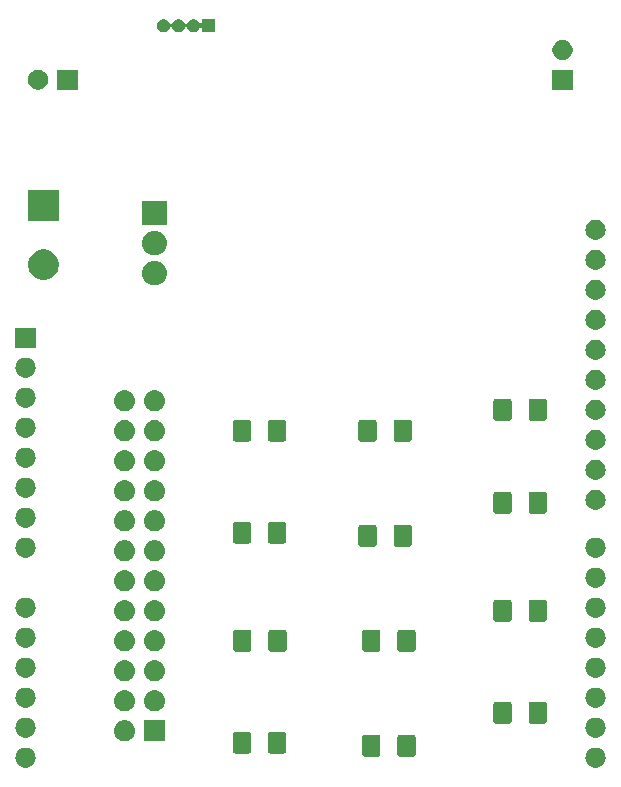
<source format=gbr>
G04 #@! TF.GenerationSoftware,KiCad,Pcbnew,5.0.2-bee76a0~70~ubuntu18.04.1*
G04 #@! TF.CreationDate,2019-02-08T11:17:56-07:00*
G04 #@! TF.ProjectId,driver,64726976-6572-42e6-9b69-6361645f7063,rev?*
G04 #@! TF.SameCoordinates,Original*
G04 #@! TF.FileFunction,Soldermask,Bot*
G04 #@! TF.FilePolarity,Negative*
%FSLAX46Y46*%
G04 Gerber Fmt 4.6, Leading zero omitted, Abs format (unit mm)*
G04 Created by KiCad (PCBNEW 5.0.2-bee76a0~70~ubuntu18.04.1) date Fri 08 Feb 2019 11:17:56 AM MST*
%MOMM*%
%LPD*%
G01*
G04 APERTURE LIST*
%ADD10C,0.100000*%
G04 APERTURE END LIST*
D10*
G36*
X126404821Y-136067313D02*
X126404824Y-136067314D01*
X126404825Y-136067314D01*
X126565239Y-136115975D01*
X126565241Y-136115976D01*
X126565244Y-136115977D01*
X126713078Y-136194995D01*
X126842659Y-136301341D01*
X126949005Y-136430922D01*
X127028023Y-136578756D01*
X127028024Y-136578759D01*
X127028025Y-136578761D01*
X127076686Y-136739175D01*
X127076687Y-136739179D01*
X127093117Y-136906000D01*
X127076687Y-137072821D01*
X127028023Y-137233244D01*
X126949005Y-137381078D01*
X126842659Y-137510659D01*
X126713078Y-137617005D01*
X126565244Y-137696023D01*
X126565241Y-137696024D01*
X126565239Y-137696025D01*
X126404825Y-137744686D01*
X126404824Y-137744686D01*
X126404821Y-137744687D01*
X126279804Y-137757000D01*
X126196196Y-137757000D01*
X126071179Y-137744687D01*
X126071176Y-137744686D01*
X126071175Y-137744686D01*
X125910761Y-137696025D01*
X125910759Y-137696024D01*
X125910756Y-137696023D01*
X125762922Y-137617005D01*
X125633341Y-137510659D01*
X125526995Y-137381078D01*
X125447977Y-137233244D01*
X125399313Y-137072821D01*
X125382883Y-136906000D01*
X125399313Y-136739179D01*
X125399314Y-136739175D01*
X125447975Y-136578761D01*
X125447976Y-136578759D01*
X125447977Y-136578756D01*
X125526995Y-136430922D01*
X125633341Y-136301341D01*
X125762922Y-136194995D01*
X125910756Y-136115977D01*
X125910759Y-136115976D01*
X125910761Y-136115975D01*
X126071175Y-136067314D01*
X126071176Y-136067314D01*
X126071179Y-136067313D01*
X126196196Y-136055000D01*
X126279804Y-136055000D01*
X126404821Y-136067313D01*
X126404821Y-136067313D01*
G37*
G36*
X78144821Y-136067313D02*
X78144824Y-136067314D01*
X78144825Y-136067314D01*
X78305239Y-136115975D01*
X78305241Y-136115976D01*
X78305244Y-136115977D01*
X78453078Y-136194995D01*
X78582659Y-136301341D01*
X78689005Y-136430922D01*
X78768023Y-136578756D01*
X78768024Y-136578759D01*
X78768025Y-136578761D01*
X78816686Y-136739175D01*
X78816687Y-136739179D01*
X78833117Y-136906000D01*
X78816687Y-137072821D01*
X78768023Y-137233244D01*
X78689005Y-137381078D01*
X78582659Y-137510659D01*
X78453078Y-137617005D01*
X78305244Y-137696023D01*
X78305241Y-137696024D01*
X78305239Y-137696025D01*
X78144825Y-137744686D01*
X78144824Y-137744686D01*
X78144821Y-137744687D01*
X78019804Y-137757000D01*
X77936196Y-137757000D01*
X77811179Y-137744687D01*
X77811176Y-137744686D01*
X77811175Y-137744686D01*
X77650761Y-137696025D01*
X77650759Y-137696024D01*
X77650756Y-137696023D01*
X77502922Y-137617005D01*
X77373341Y-137510659D01*
X77266995Y-137381078D01*
X77187977Y-137233244D01*
X77139313Y-137072821D01*
X77122883Y-136906000D01*
X77139313Y-136739179D01*
X77139314Y-136739175D01*
X77187975Y-136578761D01*
X77187976Y-136578759D01*
X77187977Y-136578756D01*
X77266995Y-136430922D01*
X77373341Y-136301341D01*
X77502922Y-136194995D01*
X77650756Y-136115977D01*
X77650759Y-136115976D01*
X77650761Y-136115975D01*
X77811175Y-136067314D01*
X77811176Y-136067314D01*
X77811179Y-136067313D01*
X77936196Y-136055000D01*
X78019804Y-136055000D01*
X78144821Y-136067313D01*
X78144821Y-136067313D01*
G37*
G36*
X107874062Y-134968181D02*
X107908977Y-134978773D01*
X107941165Y-134995978D01*
X107969373Y-135019127D01*
X107992522Y-135047335D01*
X108009727Y-135079523D01*
X108020319Y-135114438D01*
X108024500Y-135156895D01*
X108024500Y-136623105D01*
X108020319Y-136665562D01*
X108009727Y-136700477D01*
X107992522Y-136732665D01*
X107969373Y-136760873D01*
X107941165Y-136784022D01*
X107908977Y-136801227D01*
X107874062Y-136811819D01*
X107831605Y-136816000D01*
X106690395Y-136816000D01*
X106647938Y-136811819D01*
X106613023Y-136801227D01*
X106580835Y-136784022D01*
X106552627Y-136760873D01*
X106529478Y-136732665D01*
X106512273Y-136700477D01*
X106501681Y-136665562D01*
X106497500Y-136623105D01*
X106497500Y-135156895D01*
X106501681Y-135114438D01*
X106512273Y-135079523D01*
X106529478Y-135047335D01*
X106552627Y-135019127D01*
X106580835Y-134995978D01*
X106613023Y-134978773D01*
X106647938Y-134968181D01*
X106690395Y-134964000D01*
X107831605Y-134964000D01*
X107874062Y-134968181D01*
X107874062Y-134968181D01*
G37*
G36*
X110849062Y-134968181D02*
X110883977Y-134978773D01*
X110916165Y-134995978D01*
X110944373Y-135019127D01*
X110967522Y-135047335D01*
X110984727Y-135079523D01*
X110995319Y-135114438D01*
X110999500Y-135156895D01*
X110999500Y-136623105D01*
X110995319Y-136665562D01*
X110984727Y-136700477D01*
X110967522Y-136732665D01*
X110944373Y-136760873D01*
X110916165Y-136784022D01*
X110883977Y-136801227D01*
X110849062Y-136811819D01*
X110806605Y-136816000D01*
X109665395Y-136816000D01*
X109622938Y-136811819D01*
X109588023Y-136801227D01*
X109555835Y-136784022D01*
X109527627Y-136760873D01*
X109504478Y-136732665D01*
X109487273Y-136700477D01*
X109476681Y-136665562D01*
X109472500Y-136623105D01*
X109472500Y-135156895D01*
X109476681Y-135114438D01*
X109487273Y-135079523D01*
X109504478Y-135047335D01*
X109527627Y-135019127D01*
X109555835Y-134995978D01*
X109588023Y-134978773D01*
X109622938Y-134968181D01*
X109665395Y-134964000D01*
X110806605Y-134964000D01*
X110849062Y-134968181D01*
X110849062Y-134968181D01*
G37*
G36*
X99890562Y-134714181D02*
X99925477Y-134724773D01*
X99957665Y-134741978D01*
X99985873Y-134765127D01*
X100009022Y-134793335D01*
X100026227Y-134825523D01*
X100036819Y-134860438D01*
X100041000Y-134902895D01*
X100041000Y-136369105D01*
X100036819Y-136411562D01*
X100026227Y-136446477D01*
X100009022Y-136478665D01*
X99985873Y-136506873D01*
X99957665Y-136530022D01*
X99925477Y-136547227D01*
X99890562Y-136557819D01*
X99848105Y-136562000D01*
X98706895Y-136562000D01*
X98664438Y-136557819D01*
X98629523Y-136547227D01*
X98597335Y-136530022D01*
X98569127Y-136506873D01*
X98545978Y-136478665D01*
X98528773Y-136446477D01*
X98518181Y-136411562D01*
X98514000Y-136369105D01*
X98514000Y-134902895D01*
X98518181Y-134860438D01*
X98528773Y-134825523D01*
X98545978Y-134793335D01*
X98569127Y-134765127D01*
X98597335Y-134741978D01*
X98629523Y-134724773D01*
X98664438Y-134714181D01*
X98706895Y-134710000D01*
X99848105Y-134710000D01*
X99890562Y-134714181D01*
X99890562Y-134714181D01*
G37*
G36*
X96915562Y-134714181D02*
X96950477Y-134724773D01*
X96982665Y-134741978D01*
X97010873Y-134765127D01*
X97034022Y-134793335D01*
X97051227Y-134825523D01*
X97061819Y-134860438D01*
X97066000Y-134902895D01*
X97066000Y-136369105D01*
X97061819Y-136411562D01*
X97051227Y-136446477D01*
X97034022Y-136478665D01*
X97010873Y-136506873D01*
X96982665Y-136530022D01*
X96950477Y-136547227D01*
X96915562Y-136557819D01*
X96873105Y-136562000D01*
X95731895Y-136562000D01*
X95689438Y-136557819D01*
X95654523Y-136547227D01*
X95622335Y-136530022D01*
X95594127Y-136506873D01*
X95570978Y-136478665D01*
X95553773Y-136446477D01*
X95543181Y-136411562D01*
X95539000Y-136369105D01*
X95539000Y-134902895D01*
X95543181Y-134860438D01*
X95553773Y-134825523D01*
X95570978Y-134793335D01*
X95594127Y-134765127D01*
X95622335Y-134741978D01*
X95654523Y-134724773D01*
X95689438Y-134714181D01*
X95731895Y-134710000D01*
X96873105Y-134710000D01*
X96915562Y-134714181D01*
X96915562Y-134714181D01*
G37*
G36*
X89801000Y-135521000D02*
X87999000Y-135521000D01*
X87999000Y-133719000D01*
X89801000Y-133719000D01*
X89801000Y-135521000D01*
X89801000Y-135521000D01*
G37*
G36*
X86470443Y-133725519D02*
X86536627Y-133732037D01*
X86649853Y-133766384D01*
X86706467Y-133783557D01*
X86791680Y-133829105D01*
X86862991Y-133867222D01*
X86868279Y-133871562D01*
X87000186Y-133979814D01*
X87083448Y-134081271D01*
X87112778Y-134117009D01*
X87112779Y-134117011D01*
X87196443Y-134273533D01*
X87196443Y-134273534D01*
X87247963Y-134443373D01*
X87265359Y-134620000D01*
X87247963Y-134796627D01*
X87238124Y-134829061D01*
X87196443Y-134966467D01*
X87137359Y-135077004D01*
X87112778Y-135122991D01*
X87083448Y-135158729D01*
X87000186Y-135260186D01*
X86898729Y-135343448D01*
X86862991Y-135372778D01*
X86862989Y-135372779D01*
X86706467Y-135456443D01*
X86649853Y-135473616D01*
X86536627Y-135507963D01*
X86470443Y-135514481D01*
X86404260Y-135521000D01*
X86315740Y-135521000D01*
X86249557Y-135514481D01*
X86183373Y-135507963D01*
X86070147Y-135473616D01*
X86013533Y-135456443D01*
X85857011Y-135372779D01*
X85857009Y-135372778D01*
X85821271Y-135343448D01*
X85719814Y-135260186D01*
X85636552Y-135158729D01*
X85607222Y-135122991D01*
X85582641Y-135077004D01*
X85523557Y-134966467D01*
X85481876Y-134829061D01*
X85472037Y-134796627D01*
X85454641Y-134620000D01*
X85472037Y-134443373D01*
X85523557Y-134273534D01*
X85523557Y-134273533D01*
X85607221Y-134117011D01*
X85607222Y-134117009D01*
X85636552Y-134081271D01*
X85719814Y-133979814D01*
X85851721Y-133871562D01*
X85857009Y-133867222D01*
X85928320Y-133829105D01*
X86013533Y-133783557D01*
X86070147Y-133766384D01*
X86183373Y-133732037D01*
X86249557Y-133725519D01*
X86315740Y-133719000D01*
X86404260Y-133719000D01*
X86470443Y-133725519D01*
X86470443Y-133725519D01*
G37*
G36*
X126404821Y-133527313D02*
X126404824Y-133527314D01*
X126404825Y-133527314D01*
X126565239Y-133575975D01*
X126565241Y-133575976D01*
X126565244Y-133575977D01*
X126713078Y-133654995D01*
X126842659Y-133761341D01*
X126949005Y-133890922D01*
X127028023Y-134038756D01*
X127028024Y-134038759D01*
X127028025Y-134038761D01*
X127076686Y-134199175D01*
X127076687Y-134199179D01*
X127093117Y-134366000D01*
X127076687Y-134532821D01*
X127076686Y-134532824D01*
X127076686Y-134532825D01*
X127050242Y-134620000D01*
X127028023Y-134693244D01*
X126949005Y-134841078D01*
X126842659Y-134970659D01*
X126713078Y-135077005D01*
X126565244Y-135156023D01*
X126565241Y-135156024D01*
X126565239Y-135156025D01*
X126404825Y-135204686D01*
X126404824Y-135204686D01*
X126404821Y-135204687D01*
X126279804Y-135217000D01*
X126196196Y-135217000D01*
X126071179Y-135204687D01*
X126071176Y-135204686D01*
X126071175Y-135204686D01*
X125910761Y-135156025D01*
X125910759Y-135156024D01*
X125910756Y-135156023D01*
X125762922Y-135077005D01*
X125633341Y-134970659D01*
X125526995Y-134841078D01*
X125447977Y-134693244D01*
X125425759Y-134620000D01*
X125399314Y-134532825D01*
X125399314Y-134532824D01*
X125399313Y-134532821D01*
X125382883Y-134366000D01*
X125399313Y-134199179D01*
X125399314Y-134199175D01*
X125447975Y-134038761D01*
X125447976Y-134038759D01*
X125447977Y-134038756D01*
X125526995Y-133890922D01*
X125633341Y-133761341D01*
X125762922Y-133654995D01*
X125910756Y-133575977D01*
X125910759Y-133575976D01*
X125910761Y-133575975D01*
X126071175Y-133527314D01*
X126071176Y-133527314D01*
X126071179Y-133527313D01*
X126196196Y-133515000D01*
X126279804Y-133515000D01*
X126404821Y-133527313D01*
X126404821Y-133527313D01*
G37*
G36*
X78144821Y-133527313D02*
X78144824Y-133527314D01*
X78144825Y-133527314D01*
X78305239Y-133575975D01*
X78305241Y-133575976D01*
X78305244Y-133575977D01*
X78453078Y-133654995D01*
X78582659Y-133761341D01*
X78689005Y-133890922D01*
X78768023Y-134038756D01*
X78768024Y-134038759D01*
X78768025Y-134038761D01*
X78816686Y-134199175D01*
X78816687Y-134199179D01*
X78833117Y-134366000D01*
X78816687Y-134532821D01*
X78816686Y-134532824D01*
X78816686Y-134532825D01*
X78790242Y-134620000D01*
X78768023Y-134693244D01*
X78689005Y-134841078D01*
X78582659Y-134970659D01*
X78453078Y-135077005D01*
X78305244Y-135156023D01*
X78305241Y-135156024D01*
X78305239Y-135156025D01*
X78144825Y-135204686D01*
X78144824Y-135204686D01*
X78144821Y-135204687D01*
X78019804Y-135217000D01*
X77936196Y-135217000D01*
X77811179Y-135204687D01*
X77811176Y-135204686D01*
X77811175Y-135204686D01*
X77650761Y-135156025D01*
X77650759Y-135156024D01*
X77650756Y-135156023D01*
X77502922Y-135077005D01*
X77373341Y-134970659D01*
X77266995Y-134841078D01*
X77187977Y-134693244D01*
X77165759Y-134620000D01*
X77139314Y-134532825D01*
X77139314Y-134532824D01*
X77139313Y-134532821D01*
X77122883Y-134366000D01*
X77139313Y-134199179D01*
X77139314Y-134199175D01*
X77187975Y-134038761D01*
X77187976Y-134038759D01*
X77187977Y-134038756D01*
X77266995Y-133890922D01*
X77373341Y-133761341D01*
X77502922Y-133654995D01*
X77650756Y-133575977D01*
X77650759Y-133575976D01*
X77650761Y-133575975D01*
X77811175Y-133527314D01*
X77811176Y-133527314D01*
X77811179Y-133527313D01*
X77936196Y-133515000D01*
X78019804Y-133515000D01*
X78144821Y-133527313D01*
X78144821Y-133527313D01*
G37*
G36*
X118977062Y-132174181D02*
X119011977Y-132184773D01*
X119044165Y-132201978D01*
X119072373Y-132225127D01*
X119095522Y-132253335D01*
X119112727Y-132285523D01*
X119123319Y-132320438D01*
X119127500Y-132362895D01*
X119127500Y-133829105D01*
X119123319Y-133871562D01*
X119112727Y-133906477D01*
X119095522Y-133938665D01*
X119072373Y-133966873D01*
X119044165Y-133990022D01*
X119011977Y-134007227D01*
X118977062Y-134017819D01*
X118934605Y-134022000D01*
X117793395Y-134022000D01*
X117750938Y-134017819D01*
X117716023Y-134007227D01*
X117683835Y-133990022D01*
X117655627Y-133966873D01*
X117632478Y-133938665D01*
X117615273Y-133906477D01*
X117604681Y-133871562D01*
X117600500Y-133829105D01*
X117600500Y-132362895D01*
X117604681Y-132320438D01*
X117615273Y-132285523D01*
X117632478Y-132253335D01*
X117655627Y-132225127D01*
X117683835Y-132201978D01*
X117716023Y-132184773D01*
X117750938Y-132174181D01*
X117793395Y-132170000D01*
X118934605Y-132170000D01*
X118977062Y-132174181D01*
X118977062Y-132174181D01*
G37*
G36*
X121952062Y-132174181D02*
X121986977Y-132184773D01*
X122019165Y-132201978D01*
X122047373Y-132225127D01*
X122070522Y-132253335D01*
X122087727Y-132285523D01*
X122098319Y-132320438D01*
X122102500Y-132362895D01*
X122102500Y-133829105D01*
X122098319Y-133871562D01*
X122087727Y-133906477D01*
X122070522Y-133938665D01*
X122047373Y-133966873D01*
X122019165Y-133990022D01*
X121986977Y-134007227D01*
X121952062Y-134017819D01*
X121909605Y-134022000D01*
X120768395Y-134022000D01*
X120725938Y-134017819D01*
X120691023Y-134007227D01*
X120658835Y-133990022D01*
X120630627Y-133966873D01*
X120607478Y-133938665D01*
X120590273Y-133906477D01*
X120579681Y-133871562D01*
X120575500Y-133829105D01*
X120575500Y-132362895D01*
X120579681Y-132320438D01*
X120590273Y-132285523D01*
X120607478Y-132253335D01*
X120630627Y-132225127D01*
X120658835Y-132201978D01*
X120691023Y-132184773D01*
X120725938Y-132174181D01*
X120768395Y-132170000D01*
X121909605Y-132170000D01*
X121952062Y-132174181D01*
X121952062Y-132174181D01*
G37*
G36*
X86470442Y-131185518D02*
X86536627Y-131192037D01*
X86649853Y-131226384D01*
X86706467Y-131243557D01*
X86845087Y-131317652D01*
X86862991Y-131327222D01*
X86891869Y-131350922D01*
X87000186Y-131439814D01*
X87083448Y-131541271D01*
X87112778Y-131577009D01*
X87112779Y-131577011D01*
X87196443Y-131733533D01*
X87196443Y-131733534D01*
X87247963Y-131903373D01*
X87265359Y-132080000D01*
X87247963Y-132256627D01*
X87238124Y-132289061D01*
X87196443Y-132426467D01*
X87137359Y-132537004D01*
X87112778Y-132582991D01*
X87083448Y-132618729D01*
X87000186Y-132720186D01*
X86898729Y-132803448D01*
X86862991Y-132832778D01*
X86862989Y-132832779D01*
X86706467Y-132916443D01*
X86649853Y-132933616D01*
X86536627Y-132967963D01*
X86470443Y-132974481D01*
X86404260Y-132981000D01*
X86315740Y-132981000D01*
X86249557Y-132974481D01*
X86183373Y-132967963D01*
X86070147Y-132933616D01*
X86013533Y-132916443D01*
X85857011Y-132832779D01*
X85857009Y-132832778D01*
X85821271Y-132803448D01*
X85719814Y-132720186D01*
X85636552Y-132618729D01*
X85607222Y-132582991D01*
X85582641Y-132537004D01*
X85523557Y-132426467D01*
X85481876Y-132289061D01*
X85472037Y-132256627D01*
X85454641Y-132080000D01*
X85472037Y-131903373D01*
X85523557Y-131733534D01*
X85523557Y-131733533D01*
X85607221Y-131577011D01*
X85607222Y-131577009D01*
X85636552Y-131541271D01*
X85719814Y-131439814D01*
X85828131Y-131350922D01*
X85857009Y-131327222D01*
X85874913Y-131317652D01*
X86013533Y-131243557D01*
X86070147Y-131226384D01*
X86183373Y-131192037D01*
X86249558Y-131185518D01*
X86315740Y-131179000D01*
X86404260Y-131179000D01*
X86470442Y-131185518D01*
X86470442Y-131185518D01*
G37*
G36*
X89010442Y-131185518D02*
X89076627Y-131192037D01*
X89189853Y-131226384D01*
X89246467Y-131243557D01*
X89385087Y-131317652D01*
X89402991Y-131327222D01*
X89431869Y-131350922D01*
X89540186Y-131439814D01*
X89623448Y-131541271D01*
X89652778Y-131577009D01*
X89652779Y-131577011D01*
X89736443Y-131733533D01*
X89736443Y-131733534D01*
X89787963Y-131903373D01*
X89805359Y-132080000D01*
X89787963Y-132256627D01*
X89778124Y-132289061D01*
X89736443Y-132426467D01*
X89677359Y-132537004D01*
X89652778Y-132582991D01*
X89623448Y-132618729D01*
X89540186Y-132720186D01*
X89438729Y-132803448D01*
X89402991Y-132832778D01*
X89402989Y-132832779D01*
X89246467Y-132916443D01*
X89189853Y-132933616D01*
X89076627Y-132967963D01*
X89010443Y-132974481D01*
X88944260Y-132981000D01*
X88855740Y-132981000D01*
X88789557Y-132974481D01*
X88723373Y-132967963D01*
X88610147Y-132933616D01*
X88553533Y-132916443D01*
X88397011Y-132832779D01*
X88397009Y-132832778D01*
X88361271Y-132803448D01*
X88259814Y-132720186D01*
X88176552Y-132618729D01*
X88147222Y-132582991D01*
X88122641Y-132537004D01*
X88063557Y-132426467D01*
X88021876Y-132289061D01*
X88012037Y-132256627D01*
X87994641Y-132080000D01*
X88012037Y-131903373D01*
X88063557Y-131733534D01*
X88063557Y-131733533D01*
X88147221Y-131577011D01*
X88147222Y-131577009D01*
X88176552Y-131541271D01*
X88259814Y-131439814D01*
X88368131Y-131350922D01*
X88397009Y-131327222D01*
X88414913Y-131317652D01*
X88553533Y-131243557D01*
X88610147Y-131226384D01*
X88723373Y-131192037D01*
X88789558Y-131185518D01*
X88855740Y-131179000D01*
X88944260Y-131179000D01*
X89010442Y-131185518D01*
X89010442Y-131185518D01*
G37*
G36*
X126404821Y-130987313D02*
X126404824Y-130987314D01*
X126404825Y-130987314D01*
X126565239Y-131035975D01*
X126565241Y-131035976D01*
X126565244Y-131035977D01*
X126713078Y-131114995D01*
X126842659Y-131221341D01*
X126949005Y-131350922D01*
X127028023Y-131498756D01*
X127028024Y-131498759D01*
X127028025Y-131498761D01*
X127076686Y-131659175D01*
X127076687Y-131659179D01*
X127093117Y-131826000D01*
X127076687Y-131992821D01*
X127076686Y-131992824D01*
X127076686Y-131992825D01*
X127050242Y-132080000D01*
X127028023Y-132153244D01*
X126949005Y-132301078D01*
X126842659Y-132430659D01*
X126713078Y-132537005D01*
X126565244Y-132616023D01*
X126565241Y-132616024D01*
X126565239Y-132616025D01*
X126404825Y-132664686D01*
X126404824Y-132664686D01*
X126404821Y-132664687D01*
X126279804Y-132677000D01*
X126196196Y-132677000D01*
X126071179Y-132664687D01*
X126071176Y-132664686D01*
X126071175Y-132664686D01*
X125910761Y-132616025D01*
X125910759Y-132616024D01*
X125910756Y-132616023D01*
X125762922Y-132537005D01*
X125633341Y-132430659D01*
X125526995Y-132301078D01*
X125447977Y-132153244D01*
X125425759Y-132080000D01*
X125399314Y-131992825D01*
X125399314Y-131992824D01*
X125399313Y-131992821D01*
X125382883Y-131826000D01*
X125399313Y-131659179D01*
X125399314Y-131659175D01*
X125447975Y-131498761D01*
X125447976Y-131498759D01*
X125447977Y-131498756D01*
X125526995Y-131350922D01*
X125633341Y-131221341D01*
X125762922Y-131114995D01*
X125910756Y-131035977D01*
X125910759Y-131035976D01*
X125910761Y-131035975D01*
X126071175Y-130987314D01*
X126071176Y-130987314D01*
X126071179Y-130987313D01*
X126196196Y-130975000D01*
X126279804Y-130975000D01*
X126404821Y-130987313D01*
X126404821Y-130987313D01*
G37*
G36*
X78144821Y-130987313D02*
X78144824Y-130987314D01*
X78144825Y-130987314D01*
X78305239Y-131035975D01*
X78305241Y-131035976D01*
X78305244Y-131035977D01*
X78453078Y-131114995D01*
X78582659Y-131221341D01*
X78689005Y-131350922D01*
X78768023Y-131498756D01*
X78768024Y-131498759D01*
X78768025Y-131498761D01*
X78816686Y-131659175D01*
X78816687Y-131659179D01*
X78833117Y-131826000D01*
X78816687Y-131992821D01*
X78816686Y-131992824D01*
X78816686Y-131992825D01*
X78790242Y-132080000D01*
X78768023Y-132153244D01*
X78689005Y-132301078D01*
X78582659Y-132430659D01*
X78453078Y-132537005D01*
X78305244Y-132616023D01*
X78305241Y-132616024D01*
X78305239Y-132616025D01*
X78144825Y-132664686D01*
X78144824Y-132664686D01*
X78144821Y-132664687D01*
X78019804Y-132677000D01*
X77936196Y-132677000D01*
X77811179Y-132664687D01*
X77811176Y-132664686D01*
X77811175Y-132664686D01*
X77650761Y-132616025D01*
X77650759Y-132616024D01*
X77650756Y-132616023D01*
X77502922Y-132537005D01*
X77373341Y-132430659D01*
X77266995Y-132301078D01*
X77187977Y-132153244D01*
X77165759Y-132080000D01*
X77139314Y-131992825D01*
X77139314Y-131992824D01*
X77139313Y-131992821D01*
X77122883Y-131826000D01*
X77139313Y-131659179D01*
X77139314Y-131659175D01*
X77187975Y-131498761D01*
X77187976Y-131498759D01*
X77187977Y-131498756D01*
X77266995Y-131350922D01*
X77373341Y-131221341D01*
X77502922Y-131114995D01*
X77650756Y-131035977D01*
X77650759Y-131035976D01*
X77650761Y-131035975D01*
X77811175Y-130987314D01*
X77811176Y-130987314D01*
X77811179Y-130987313D01*
X77936196Y-130975000D01*
X78019804Y-130975000D01*
X78144821Y-130987313D01*
X78144821Y-130987313D01*
G37*
G36*
X86470443Y-128645519D02*
X86536627Y-128652037D01*
X86649853Y-128686384D01*
X86706467Y-128703557D01*
X86845087Y-128777652D01*
X86862991Y-128787222D01*
X86891869Y-128810922D01*
X87000186Y-128899814D01*
X87083448Y-129001271D01*
X87112778Y-129037009D01*
X87112779Y-129037011D01*
X87196443Y-129193533D01*
X87196443Y-129193534D01*
X87247963Y-129363373D01*
X87265359Y-129540000D01*
X87247963Y-129716627D01*
X87234479Y-129761078D01*
X87196443Y-129886467D01*
X87194202Y-129890659D01*
X87112778Y-130042991D01*
X87083448Y-130078729D01*
X87000186Y-130180186D01*
X86898729Y-130263448D01*
X86862991Y-130292778D01*
X86862989Y-130292779D01*
X86706467Y-130376443D01*
X86649853Y-130393616D01*
X86536627Y-130427963D01*
X86470443Y-130434481D01*
X86404260Y-130441000D01*
X86315740Y-130441000D01*
X86249557Y-130434481D01*
X86183373Y-130427963D01*
X86070147Y-130393616D01*
X86013533Y-130376443D01*
X85857011Y-130292779D01*
X85857009Y-130292778D01*
X85821271Y-130263448D01*
X85719814Y-130180186D01*
X85636552Y-130078729D01*
X85607222Y-130042991D01*
X85525798Y-129890659D01*
X85523557Y-129886467D01*
X85485521Y-129761078D01*
X85472037Y-129716627D01*
X85454641Y-129540000D01*
X85472037Y-129363373D01*
X85523557Y-129193534D01*
X85523557Y-129193533D01*
X85607221Y-129037011D01*
X85607222Y-129037009D01*
X85636552Y-129001271D01*
X85719814Y-128899814D01*
X85828131Y-128810922D01*
X85857009Y-128787222D01*
X85874913Y-128777652D01*
X86013533Y-128703557D01*
X86070147Y-128686384D01*
X86183373Y-128652037D01*
X86249557Y-128645519D01*
X86315740Y-128639000D01*
X86404260Y-128639000D01*
X86470443Y-128645519D01*
X86470443Y-128645519D01*
G37*
G36*
X89010443Y-128645519D02*
X89076627Y-128652037D01*
X89189853Y-128686384D01*
X89246467Y-128703557D01*
X89385087Y-128777652D01*
X89402991Y-128787222D01*
X89431869Y-128810922D01*
X89540186Y-128899814D01*
X89623448Y-129001271D01*
X89652778Y-129037009D01*
X89652779Y-129037011D01*
X89736443Y-129193533D01*
X89736443Y-129193534D01*
X89787963Y-129363373D01*
X89805359Y-129540000D01*
X89787963Y-129716627D01*
X89774479Y-129761078D01*
X89736443Y-129886467D01*
X89734202Y-129890659D01*
X89652778Y-130042991D01*
X89623448Y-130078729D01*
X89540186Y-130180186D01*
X89438729Y-130263448D01*
X89402991Y-130292778D01*
X89402989Y-130292779D01*
X89246467Y-130376443D01*
X89189853Y-130393616D01*
X89076627Y-130427963D01*
X89010443Y-130434481D01*
X88944260Y-130441000D01*
X88855740Y-130441000D01*
X88789557Y-130434481D01*
X88723373Y-130427963D01*
X88610147Y-130393616D01*
X88553533Y-130376443D01*
X88397011Y-130292779D01*
X88397009Y-130292778D01*
X88361271Y-130263448D01*
X88259814Y-130180186D01*
X88176552Y-130078729D01*
X88147222Y-130042991D01*
X88065798Y-129890659D01*
X88063557Y-129886467D01*
X88025521Y-129761078D01*
X88012037Y-129716627D01*
X87994641Y-129540000D01*
X88012037Y-129363373D01*
X88063557Y-129193534D01*
X88063557Y-129193533D01*
X88147221Y-129037011D01*
X88147222Y-129037009D01*
X88176552Y-129001271D01*
X88259814Y-128899814D01*
X88368131Y-128810922D01*
X88397009Y-128787222D01*
X88414913Y-128777652D01*
X88553533Y-128703557D01*
X88610147Y-128686384D01*
X88723373Y-128652037D01*
X88789557Y-128645519D01*
X88855740Y-128639000D01*
X88944260Y-128639000D01*
X89010443Y-128645519D01*
X89010443Y-128645519D01*
G37*
G36*
X78144821Y-128447313D02*
X78144824Y-128447314D01*
X78144825Y-128447314D01*
X78305239Y-128495975D01*
X78305241Y-128495976D01*
X78305244Y-128495977D01*
X78453078Y-128574995D01*
X78582659Y-128681341D01*
X78689005Y-128810922D01*
X78768023Y-128958756D01*
X78768024Y-128958759D01*
X78768025Y-128958761D01*
X78816686Y-129119175D01*
X78816687Y-129119179D01*
X78833117Y-129286000D01*
X78816687Y-129452821D01*
X78816686Y-129452824D01*
X78816686Y-129452825D01*
X78790242Y-129540000D01*
X78768023Y-129613244D01*
X78689005Y-129761078D01*
X78582659Y-129890659D01*
X78453078Y-129997005D01*
X78305244Y-130076023D01*
X78305241Y-130076024D01*
X78305239Y-130076025D01*
X78144825Y-130124686D01*
X78144824Y-130124686D01*
X78144821Y-130124687D01*
X78019804Y-130137000D01*
X77936196Y-130137000D01*
X77811179Y-130124687D01*
X77811176Y-130124686D01*
X77811175Y-130124686D01*
X77650761Y-130076025D01*
X77650759Y-130076024D01*
X77650756Y-130076023D01*
X77502922Y-129997005D01*
X77373341Y-129890659D01*
X77266995Y-129761078D01*
X77187977Y-129613244D01*
X77165759Y-129540000D01*
X77139314Y-129452825D01*
X77139314Y-129452824D01*
X77139313Y-129452821D01*
X77122883Y-129286000D01*
X77139313Y-129119179D01*
X77139314Y-129119175D01*
X77187975Y-128958761D01*
X77187976Y-128958759D01*
X77187977Y-128958756D01*
X77266995Y-128810922D01*
X77373341Y-128681341D01*
X77502922Y-128574995D01*
X77650756Y-128495977D01*
X77650759Y-128495976D01*
X77650761Y-128495975D01*
X77811175Y-128447314D01*
X77811176Y-128447314D01*
X77811179Y-128447313D01*
X77936196Y-128435000D01*
X78019804Y-128435000D01*
X78144821Y-128447313D01*
X78144821Y-128447313D01*
G37*
G36*
X126404821Y-128447313D02*
X126404824Y-128447314D01*
X126404825Y-128447314D01*
X126565239Y-128495975D01*
X126565241Y-128495976D01*
X126565244Y-128495977D01*
X126713078Y-128574995D01*
X126842659Y-128681341D01*
X126949005Y-128810922D01*
X127028023Y-128958756D01*
X127028024Y-128958759D01*
X127028025Y-128958761D01*
X127076686Y-129119175D01*
X127076687Y-129119179D01*
X127093117Y-129286000D01*
X127076687Y-129452821D01*
X127076686Y-129452824D01*
X127076686Y-129452825D01*
X127050242Y-129540000D01*
X127028023Y-129613244D01*
X126949005Y-129761078D01*
X126842659Y-129890659D01*
X126713078Y-129997005D01*
X126565244Y-130076023D01*
X126565241Y-130076024D01*
X126565239Y-130076025D01*
X126404825Y-130124686D01*
X126404824Y-130124686D01*
X126404821Y-130124687D01*
X126279804Y-130137000D01*
X126196196Y-130137000D01*
X126071179Y-130124687D01*
X126071176Y-130124686D01*
X126071175Y-130124686D01*
X125910761Y-130076025D01*
X125910759Y-130076024D01*
X125910756Y-130076023D01*
X125762922Y-129997005D01*
X125633341Y-129890659D01*
X125526995Y-129761078D01*
X125447977Y-129613244D01*
X125425759Y-129540000D01*
X125399314Y-129452825D01*
X125399314Y-129452824D01*
X125399313Y-129452821D01*
X125382883Y-129286000D01*
X125399313Y-129119179D01*
X125399314Y-129119175D01*
X125447975Y-128958761D01*
X125447976Y-128958759D01*
X125447977Y-128958756D01*
X125526995Y-128810922D01*
X125633341Y-128681341D01*
X125762922Y-128574995D01*
X125910756Y-128495977D01*
X125910759Y-128495976D01*
X125910761Y-128495975D01*
X126071175Y-128447314D01*
X126071176Y-128447314D01*
X126071179Y-128447313D01*
X126196196Y-128435000D01*
X126279804Y-128435000D01*
X126404821Y-128447313D01*
X126404821Y-128447313D01*
G37*
G36*
X107874062Y-126078181D02*
X107908977Y-126088773D01*
X107941165Y-126105978D01*
X107969373Y-126129127D01*
X107992522Y-126157335D01*
X108009727Y-126189523D01*
X108020319Y-126224438D01*
X108024500Y-126266895D01*
X108024500Y-127733105D01*
X108020319Y-127775562D01*
X108009727Y-127810477D01*
X107992522Y-127842665D01*
X107969373Y-127870873D01*
X107941165Y-127894022D01*
X107908977Y-127911227D01*
X107874062Y-127921819D01*
X107831605Y-127926000D01*
X106690395Y-127926000D01*
X106647938Y-127921819D01*
X106613023Y-127911227D01*
X106580835Y-127894022D01*
X106552627Y-127870873D01*
X106529478Y-127842665D01*
X106512273Y-127810477D01*
X106501681Y-127775562D01*
X106497500Y-127733105D01*
X106497500Y-126266895D01*
X106501681Y-126224438D01*
X106512273Y-126189523D01*
X106529478Y-126157335D01*
X106552627Y-126129127D01*
X106580835Y-126105978D01*
X106613023Y-126088773D01*
X106647938Y-126078181D01*
X106690395Y-126074000D01*
X107831605Y-126074000D01*
X107874062Y-126078181D01*
X107874062Y-126078181D01*
G37*
G36*
X110849062Y-126078181D02*
X110883977Y-126088773D01*
X110916165Y-126105978D01*
X110944373Y-126129127D01*
X110967522Y-126157335D01*
X110984727Y-126189523D01*
X110995319Y-126224438D01*
X110999500Y-126266895D01*
X110999500Y-127733105D01*
X110995319Y-127775562D01*
X110984727Y-127810477D01*
X110967522Y-127842665D01*
X110944373Y-127870873D01*
X110916165Y-127894022D01*
X110883977Y-127911227D01*
X110849062Y-127921819D01*
X110806605Y-127926000D01*
X109665395Y-127926000D01*
X109622938Y-127921819D01*
X109588023Y-127911227D01*
X109555835Y-127894022D01*
X109527627Y-127870873D01*
X109504478Y-127842665D01*
X109487273Y-127810477D01*
X109476681Y-127775562D01*
X109472500Y-127733105D01*
X109472500Y-126266895D01*
X109476681Y-126224438D01*
X109487273Y-126189523D01*
X109504478Y-126157335D01*
X109527627Y-126129127D01*
X109555835Y-126105978D01*
X109588023Y-126088773D01*
X109622938Y-126078181D01*
X109665395Y-126074000D01*
X110806605Y-126074000D01*
X110849062Y-126078181D01*
X110849062Y-126078181D01*
G37*
G36*
X99927062Y-126078181D02*
X99961977Y-126088773D01*
X99994165Y-126105978D01*
X100022373Y-126129127D01*
X100045522Y-126157335D01*
X100062727Y-126189523D01*
X100073319Y-126224438D01*
X100077500Y-126266895D01*
X100077500Y-127733105D01*
X100073319Y-127775562D01*
X100062727Y-127810477D01*
X100045522Y-127842665D01*
X100022373Y-127870873D01*
X99994165Y-127894022D01*
X99961977Y-127911227D01*
X99927062Y-127921819D01*
X99884605Y-127926000D01*
X98743395Y-127926000D01*
X98700938Y-127921819D01*
X98666023Y-127911227D01*
X98633835Y-127894022D01*
X98605627Y-127870873D01*
X98582478Y-127842665D01*
X98565273Y-127810477D01*
X98554681Y-127775562D01*
X98550500Y-127733105D01*
X98550500Y-126266895D01*
X98554681Y-126224438D01*
X98565273Y-126189523D01*
X98582478Y-126157335D01*
X98605627Y-126129127D01*
X98633835Y-126105978D01*
X98666023Y-126088773D01*
X98700938Y-126078181D01*
X98743395Y-126074000D01*
X99884605Y-126074000D01*
X99927062Y-126078181D01*
X99927062Y-126078181D01*
G37*
G36*
X96952062Y-126078181D02*
X96986977Y-126088773D01*
X97019165Y-126105978D01*
X97047373Y-126129127D01*
X97070522Y-126157335D01*
X97087727Y-126189523D01*
X97098319Y-126224438D01*
X97102500Y-126266895D01*
X97102500Y-127733105D01*
X97098319Y-127775562D01*
X97087727Y-127810477D01*
X97070522Y-127842665D01*
X97047373Y-127870873D01*
X97019165Y-127894022D01*
X96986977Y-127911227D01*
X96952062Y-127921819D01*
X96909605Y-127926000D01*
X95768395Y-127926000D01*
X95725938Y-127921819D01*
X95691023Y-127911227D01*
X95658835Y-127894022D01*
X95630627Y-127870873D01*
X95607478Y-127842665D01*
X95590273Y-127810477D01*
X95579681Y-127775562D01*
X95575500Y-127733105D01*
X95575500Y-126266895D01*
X95579681Y-126224438D01*
X95590273Y-126189523D01*
X95607478Y-126157335D01*
X95630627Y-126129127D01*
X95658835Y-126105978D01*
X95691023Y-126088773D01*
X95725938Y-126078181D01*
X95768395Y-126074000D01*
X96909605Y-126074000D01*
X96952062Y-126078181D01*
X96952062Y-126078181D01*
G37*
G36*
X86470443Y-126105519D02*
X86536627Y-126112037D01*
X86649853Y-126146384D01*
X86706467Y-126163557D01*
X86845087Y-126237652D01*
X86862991Y-126247222D01*
X86886962Y-126266895D01*
X87000186Y-126359814D01*
X87083448Y-126461271D01*
X87112778Y-126497009D01*
X87112779Y-126497011D01*
X87196443Y-126653533D01*
X87196443Y-126653534D01*
X87247963Y-126823373D01*
X87265359Y-127000000D01*
X87247963Y-127176627D01*
X87234479Y-127221078D01*
X87196443Y-127346467D01*
X87194202Y-127350659D01*
X87112778Y-127502991D01*
X87083448Y-127538729D01*
X87000186Y-127640186D01*
X86898729Y-127723448D01*
X86862991Y-127752778D01*
X86862989Y-127752779D01*
X86706467Y-127836443D01*
X86685955Y-127842665D01*
X86536627Y-127887963D01*
X86475108Y-127894022D01*
X86404260Y-127901000D01*
X86315740Y-127901000D01*
X86244892Y-127894022D01*
X86183373Y-127887963D01*
X86034045Y-127842665D01*
X86013533Y-127836443D01*
X85857011Y-127752779D01*
X85857009Y-127752778D01*
X85821271Y-127723448D01*
X85719814Y-127640186D01*
X85636552Y-127538729D01*
X85607222Y-127502991D01*
X85525798Y-127350659D01*
X85523557Y-127346467D01*
X85485521Y-127221078D01*
X85472037Y-127176627D01*
X85454641Y-127000000D01*
X85472037Y-126823373D01*
X85523557Y-126653534D01*
X85523557Y-126653533D01*
X85607221Y-126497011D01*
X85607222Y-126497009D01*
X85636552Y-126461271D01*
X85719814Y-126359814D01*
X85833038Y-126266895D01*
X85857009Y-126247222D01*
X85874913Y-126237652D01*
X86013533Y-126163557D01*
X86070147Y-126146384D01*
X86183373Y-126112037D01*
X86249557Y-126105519D01*
X86315740Y-126099000D01*
X86404260Y-126099000D01*
X86470443Y-126105519D01*
X86470443Y-126105519D01*
G37*
G36*
X89010443Y-126105519D02*
X89076627Y-126112037D01*
X89189853Y-126146384D01*
X89246467Y-126163557D01*
X89385087Y-126237652D01*
X89402991Y-126247222D01*
X89426962Y-126266895D01*
X89540186Y-126359814D01*
X89623448Y-126461271D01*
X89652778Y-126497009D01*
X89652779Y-126497011D01*
X89736443Y-126653533D01*
X89736443Y-126653534D01*
X89787963Y-126823373D01*
X89805359Y-127000000D01*
X89787963Y-127176627D01*
X89774479Y-127221078D01*
X89736443Y-127346467D01*
X89734202Y-127350659D01*
X89652778Y-127502991D01*
X89623448Y-127538729D01*
X89540186Y-127640186D01*
X89438729Y-127723448D01*
X89402991Y-127752778D01*
X89402989Y-127752779D01*
X89246467Y-127836443D01*
X89225955Y-127842665D01*
X89076627Y-127887963D01*
X89015108Y-127894022D01*
X88944260Y-127901000D01*
X88855740Y-127901000D01*
X88784892Y-127894022D01*
X88723373Y-127887963D01*
X88574045Y-127842665D01*
X88553533Y-127836443D01*
X88397011Y-127752779D01*
X88397009Y-127752778D01*
X88361271Y-127723448D01*
X88259814Y-127640186D01*
X88176552Y-127538729D01*
X88147222Y-127502991D01*
X88065798Y-127350659D01*
X88063557Y-127346467D01*
X88025521Y-127221078D01*
X88012037Y-127176627D01*
X87994641Y-127000000D01*
X88012037Y-126823373D01*
X88063557Y-126653534D01*
X88063557Y-126653533D01*
X88147221Y-126497011D01*
X88147222Y-126497009D01*
X88176552Y-126461271D01*
X88259814Y-126359814D01*
X88373038Y-126266895D01*
X88397009Y-126247222D01*
X88414913Y-126237652D01*
X88553533Y-126163557D01*
X88610147Y-126146384D01*
X88723373Y-126112037D01*
X88789557Y-126105519D01*
X88855740Y-126099000D01*
X88944260Y-126099000D01*
X89010443Y-126105519D01*
X89010443Y-126105519D01*
G37*
G36*
X126404821Y-125907313D02*
X126404824Y-125907314D01*
X126404825Y-125907314D01*
X126565239Y-125955975D01*
X126565241Y-125955976D01*
X126565244Y-125955977D01*
X126713078Y-126034995D01*
X126842659Y-126141341D01*
X126949005Y-126270922D01*
X127028023Y-126418756D01*
X127028024Y-126418759D01*
X127028025Y-126418761D01*
X127076686Y-126579175D01*
X127076687Y-126579179D01*
X127093117Y-126746000D01*
X127076687Y-126912821D01*
X127076686Y-126912824D01*
X127076686Y-126912825D01*
X127050242Y-127000000D01*
X127028023Y-127073244D01*
X126949005Y-127221078D01*
X126842659Y-127350659D01*
X126713078Y-127457005D01*
X126565244Y-127536023D01*
X126565241Y-127536024D01*
X126565239Y-127536025D01*
X126404825Y-127584686D01*
X126404824Y-127584686D01*
X126404821Y-127584687D01*
X126279804Y-127597000D01*
X126196196Y-127597000D01*
X126071179Y-127584687D01*
X126071176Y-127584686D01*
X126071175Y-127584686D01*
X125910761Y-127536025D01*
X125910759Y-127536024D01*
X125910756Y-127536023D01*
X125762922Y-127457005D01*
X125633341Y-127350659D01*
X125526995Y-127221078D01*
X125447977Y-127073244D01*
X125425759Y-127000000D01*
X125399314Y-126912825D01*
X125399314Y-126912824D01*
X125399313Y-126912821D01*
X125382883Y-126746000D01*
X125399313Y-126579179D01*
X125399314Y-126579175D01*
X125447975Y-126418761D01*
X125447976Y-126418759D01*
X125447977Y-126418756D01*
X125526995Y-126270922D01*
X125633341Y-126141341D01*
X125762922Y-126034995D01*
X125910756Y-125955977D01*
X125910759Y-125955976D01*
X125910761Y-125955975D01*
X126071175Y-125907314D01*
X126071176Y-125907314D01*
X126071179Y-125907313D01*
X126196196Y-125895000D01*
X126279804Y-125895000D01*
X126404821Y-125907313D01*
X126404821Y-125907313D01*
G37*
G36*
X78144821Y-125907313D02*
X78144824Y-125907314D01*
X78144825Y-125907314D01*
X78305239Y-125955975D01*
X78305241Y-125955976D01*
X78305244Y-125955977D01*
X78453078Y-126034995D01*
X78582659Y-126141341D01*
X78689005Y-126270922D01*
X78768023Y-126418756D01*
X78768024Y-126418759D01*
X78768025Y-126418761D01*
X78816686Y-126579175D01*
X78816687Y-126579179D01*
X78833117Y-126746000D01*
X78816687Y-126912821D01*
X78816686Y-126912824D01*
X78816686Y-126912825D01*
X78790242Y-127000000D01*
X78768023Y-127073244D01*
X78689005Y-127221078D01*
X78582659Y-127350659D01*
X78453078Y-127457005D01*
X78305244Y-127536023D01*
X78305241Y-127536024D01*
X78305239Y-127536025D01*
X78144825Y-127584686D01*
X78144824Y-127584686D01*
X78144821Y-127584687D01*
X78019804Y-127597000D01*
X77936196Y-127597000D01*
X77811179Y-127584687D01*
X77811176Y-127584686D01*
X77811175Y-127584686D01*
X77650761Y-127536025D01*
X77650759Y-127536024D01*
X77650756Y-127536023D01*
X77502922Y-127457005D01*
X77373341Y-127350659D01*
X77266995Y-127221078D01*
X77187977Y-127073244D01*
X77165759Y-127000000D01*
X77139314Y-126912825D01*
X77139314Y-126912824D01*
X77139313Y-126912821D01*
X77122883Y-126746000D01*
X77139313Y-126579179D01*
X77139314Y-126579175D01*
X77187975Y-126418761D01*
X77187976Y-126418759D01*
X77187977Y-126418756D01*
X77266995Y-126270922D01*
X77373341Y-126141341D01*
X77502922Y-126034995D01*
X77650756Y-125955977D01*
X77650759Y-125955976D01*
X77650761Y-125955975D01*
X77811175Y-125907314D01*
X77811176Y-125907314D01*
X77811179Y-125907313D01*
X77936196Y-125895000D01*
X78019804Y-125895000D01*
X78144821Y-125907313D01*
X78144821Y-125907313D01*
G37*
G36*
X121952062Y-123538181D02*
X121986977Y-123548773D01*
X122019165Y-123565978D01*
X122047373Y-123589127D01*
X122070522Y-123617335D01*
X122087727Y-123649523D01*
X122098319Y-123684438D01*
X122102500Y-123726895D01*
X122102500Y-125193105D01*
X122098319Y-125235562D01*
X122087727Y-125270477D01*
X122070522Y-125302665D01*
X122047373Y-125330873D01*
X122019165Y-125354022D01*
X121986977Y-125371227D01*
X121952062Y-125381819D01*
X121909605Y-125386000D01*
X120768395Y-125386000D01*
X120725938Y-125381819D01*
X120691023Y-125371227D01*
X120658835Y-125354022D01*
X120630627Y-125330873D01*
X120607478Y-125302665D01*
X120590273Y-125270477D01*
X120579681Y-125235562D01*
X120575500Y-125193105D01*
X120575500Y-123726895D01*
X120579681Y-123684438D01*
X120590273Y-123649523D01*
X120607478Y-123617335D01*
X120630627Y-123589127D01*
X120658835Y-123565978D01*
X120691023Y-123548773D01*
X120725938Y-123538181D01*
X120768395Y-123534000D01*
X121909605Y-123534000D01*
X121952062Y-123538181D01*
X121952062Y-123538181D01*
G37*
G36*
X118977062Y-123538181D02*
X119011977Y-123548773D01*
X119044165Y-123565978D01*
X119072373Y-123589127D01*
X119095522Y-123617335D01*
X119112727Y-123649523D01*
X119123319Y-123684438D01*
X119127500Y-123726895D01*
X119127500Y-125193105D01*
X119123319Y-125235562D01*
X119112727Y-125270477D01*
X119095522Y-125302665D01*
X119072373Y-125330873D01*
X119044165Y-125354022D01*
X119011977Y-125371227D01*
X118977062Y-125381819D01*
X118934605Y-125386000D01*
X117793395Y-125386000D01*
X117750938Y-125381819D01*
X117716023Y-125371227D01*
X117683835Y-125354022D01*
X117655627Y-125330873D01*
X117632478Y-125302665D01*
X117615273Y-125270477D01*
X117604681Y-125235562D01*
X117600500Y-125193105D01*
X117600500Y-123726895D01*
X117604681Y-123684438D01*
X117615273Y-123649523D01*
X117632478Y-123617335D01*
X117655627Y-123589127D01*
X117683835Y-123565978D01*
X117716023Y-123548773D01*
X117750938Y-123538181D01*
X117793395Y-123534000D01*
X118934605Y-123534000D01*
X118977062Y-123538181D01*
X118977062Y-123538181D01*
G37*
G36*
X86470442Y-123565518D02*
X86536627Y-123572037D01*
X86649853Y-123606384D01*
X86706467Y-123623557D01*
X86845087Y-123697652D01*
X86862991Y-123707222D01*
X86886962Y-123726895D01*
X87000186Y-123819814D01*
X87083448Y-123921271D01*
X87112778Y-123957009D01*
X87112779Y-123957011D01*
X87196443Y-124113533D01*
X87196443Y-124113534D01*
X87247963Y-124283373D01*
X87265359Y-124460000D01*
X87247963Y-124636627D01*
X87234479Y-124681078D01*
X87196443Y-124806467D01*
X87194202Y-124810659D01*
X87112778Y-124962991D01*
X87083448Y-124998729D01*
X87000186Y-125100186D01*
X86898729Y-125183448D01*
X86862991Y-125212778D01*
X86862989Y-125212779D01*
X86706467Y-125296443D01*
X86685955Y-125302665D01*
X86536627Y-125347963D01*
X86475108Y-125354022D01*
X86404260Y-125361000D01*
X86315740Y-125361000D01*
X86244892Y-125354022D01*
X86183373Y-125347963D01*
X86034045Y-125302665D01*
X86013533Y-125296443D01*
X85857011Y-125212779D01*
X85857009Y-125212778D01*
X85821271Y-125183448D01*
X85719814Y-125100186D01*
X85636552Y-124998729D01*
X85607222Y-124962991D01*
X85525798Y-124810659D01*
X85523557Y-124806467D01*
X85485521Y-124681078D01*
X85472037Y-124636627D01*
X85454641Y-124460000D01*
X85472037Y-124283373D01*
X85523557Y-124113534D01*
X85523557Y-124113533D01*
X85607221Y-123957011D01*
X85607222Y-123957009D01*
X85636552Y-123921271D01*
X85719814Y-123819814D01*
X85833038Y-123726895D01*
X85857009Y-123707222D01*
X85874913Y-123697652D01*
X86013533Y-123623557D01*
X86070147Y-123606384D01*
X86183373Y-123572037D01*
X86249558Y-123565518D01*
X86315740Y-123559000D01*
X86404260Y-123559000D01*
X86470442Y-123565518D01*
X86470442Y-123565518D01*
G37*
G36*
X89010442Y-123565518D02*
X89076627Y-123572037D01*
X89189853Y-123606384D01*
X89246467Y-123623557D01*
X89385087Y-123697652D01*
X89402991Y-123707222D01*
X89426962Y-123726895D01*
X89540186Y-123819814D01*
X89623448Y-123921271D01*
X89652778Y-123957009D01*
X89652779Y-123957011D01*
X89736443Y-124113533D01*
X89736443Y-124113534D01*
X89787963Y-124283373D01*
X89805359Y-124460000D01*
X89787963Y-124636627D01*
X89774479Y-124681078D01*
X89736443Y-124806467D01*
X89734202Y-124810659D01*
X89652778Y-124962991D01*
X89623448Y-124998729D01*
X89540186Y-125100186D01*
X89438729Y-125183448D01*
X89402991Y-125212778D01*
X89402989Y-125212779D01*
X89246467Y-125296443D01*
X89225955Y-125302665D01*
X89076627Y-125347963D01*
X89015108Y-125354022D01*
X88944260Y-125361000D01*
X88855740Y-125361000D01*
X88784892Y-125354022D01*
X88723373Y-125347963D01*
X88574045Y-125302665D01*
X88553533Y-125296443D01*
X88397011Y-125212779D01*
X88397009Y-125212778D01*
X88361271Y-125183448D01*
X88259814Y-125100186D01*
X88176552Y-124998729D01*
X88147222Y-124962991D01*
X88065798Y-124810659D01*
X88063557Y-124806467D01*
X88025521Y-124681078D01*
X88012037Y-124636627D01*
X87994641Y-124460000D01*
X88012037Y-124283373D01*
X88063557Y-124113534D01*
X88063557Y-124113533D01*
X88147221Y-123957011D01*
X88147222Y-123957009D01*
X88176552Y-123921271D01*
X88259814Y-123819814D01*
X88373038Y-123726895D01*
X88397009Y-123707222D01*
X88414913Y-123697652D01*
X88553533Y-123623557D01*
X88610147Y-123606384D01*
X88723373Y-123572037D01*
X88789558Y-123565518D01*
X88855740Y-123559000D01*
X88944260Y-123559000D01*
X89010442Y-123565518D01*
X89010442Y-123565518D01*
G37*
G36*
X126404821Y-123367313D02*
X126404824Y-123367314D01*
X126404825Y-123367314D01*
X126565239Y-123415975D01*
X126565241Y-123415976D01*
X126565244Y-123415977D01*
X126713078Y-123494995D01*
X126842659Y-123601341D01*
X126949005Y-123730922D01*
X127028023Y-123878756D01*
X127028024Y-123878759D01*
X127028025Y-123878761D01*
X127076686Y-124039175D01*
X127076687Y-124039179D01*
X127093117Y-124206000D01*
X127076687Y-124372821D01*
X127076686Y-124372824D01*
X127076686Y-124372825D01*
X127050242Y-124460000D01*
X127028023Y-124533244D01*
X126949005Y-124681078D01*
X126842659Y-124810659D01*
X126713078Y-124917005D01*
X126565244Y-124996023D01*
X126565241Y-124996024D01*
X126565239Y-124996025D01*
X126404825Y-125044686D01*
X126404824Y-125044686D01*
X126404821Y-125044687D01*
X126279804Y-125057000D01*
X126196196Y-125057000D01*
X126071179Y-125044687D01*
X126071176Y-125044686D01*
X126071175Y-125044686D01*
X125910761Y-124996025D01*
X125910759Y-124996024D01*
X125910756Y-124996023D01*
X125762922Y-124917005D01*
X125633341Y-124810659D01*
X125526995Y-124681078D01*
X125447977Y-124533244D01*
X125425759Y-124460000D01*
X125399314Y-124372825D01*
X125399314Y-124372824D01*
X125399313Y-124372821D01*
X125382883Y-124206000D01*
X125399313Y-124039179D01*
X125399314Y-124039175D01*
X125447975Y-123878761D01*
X125447976Y-123878759D01*
X125447977Y-123878756D01*
X125526995Y-123730922D01*
X125633341Y-123601341D01*
X125762922Y-123494995D01*
X125910756Y-123415977D01*
X125910759Y-123415976D01*
X125910761Y-123415975D01*
X126071175Y-123367314D01*
X126071176Y-123367314D01*
X126071179Y-123367313D01*
X126196196Y-123355000D01*
X126279804Y-123355000D01*
X126404821Y-123367313D01*
X126404821Y-123367313D01*
G37*
G36*
X78144821Y-123367313D02*
X78144824Y-123367314D01*
X78144825Y-123367314D01*
X78305239Y-123415975D01*
X78305241Y-123415976D01*
X78305244Y-123415977D01*
X78453078Y-123494995D01*
X78582659Y-123601341D01*
X78689005Y-123730922D01*
X78768023Y-123878756D01*
X78768024Y-123878759D01*
X78768025Y-123878761D01*
X78816686Y-124039175D01*
X78816687Y-124039179D01*
X78833117Y-124206000D01*
X78816687Y-124372821D01*
X78816686Y-124372824D01*
X78816686Y-124372825D01*
X78790242Y-124460000D01*
X78768023Y-124533244D01*
X78689005Y-124681078D01*
X78582659Y-124810659D01*
X78453078Y-124917005D01*
X78305244Y-124996023D01*
X78305241Y-124996024D01*
X78305239Y-124996025D01*
X78144825Y-125044686D01*
X78144824Y-125044686D01*
X78144821Y-125044687D01*
X78019804Y-125057000D01*
X77936196Y-125057000D01*
X77811179Y-125044687D01*
X77811176Y-125044686D01*
X77811175Y-125044686D01*
X77650761Y-124996025D01*
X77650759Y-124996024D01*
X77650756Y-124996023D01*
X77502922Y-124917005D01*
X77373341Y-124810659D01*
X77266995Y-124681078D01*
X77187977Y-124533244D01*
X77165759Y-124460000D01*
X77139314Y-124372825D01*
X77139314Y-124372824D01*
X77139313Y-124372821D01*
X77122883Y-124206000D01*
X77139313Y-124039179D01*
X77139314Y-124039175D01*
X77187975Y-123878761D01*
X77187976Y-123878759D01*
X77187977Y-123878756D01*
X77266995Y-123730922D01*
X77373341Y-123601341D01*
X77502922Y-123494995D01*
X77650756Y-123415977D01*
X77650759Y-123415976D01*
X77650761Y-123415975D01*
X77811175Y-123367314D01*
X77811176Y-123367314D01*
X77811179Y-123367313D01*
X77936196Y-123355000D01*
X78019804Y-123355000D01*
X78144821Y-123367313D01*
X78144821Y-123367313D01*
G37*
G36*
X89010442Y-121025518D02*
X89076627Y-121032037D01*
X89189853Y-121066384D01*
X89246467Y-121083557D01*
X89385087Y-121157652D01*
X89402991Y-121167222D01*
X89431869Y-121190922D01*
X89540186Y-121279814D01*
X89623448Y-121381271D01*
X89652778Y-121417009D01*
X89652779Y-121417011D01*
X89736443Y-121573533D01*
X89736443Y-121573534D01*
X89787963Y-121743373D01*
X89805359Y-121920000D01*
X89787963Y-122096627D01*
X89774479Y-122141078D01*
X89736443Y-122266467D01*
X89734202Y-122270659D01*
X89652778Y-122422991D01*
X89623448Y-122458729D01*
X89540186Y-122560186D01*
X89438729Y-122643448D01*
X89402991Y-122672778D01*
X89402989Y-122672779D01*
X89246467Y-122756443D01*
X89189853Y-122773616D01*
X89076627Y-122807963D01*
X89010443Y-122814481D01*
X88944260Y-122821000D01*
X88855740Y-122821000D01*
X88789557Y-122814481D01*
X88723373Y-122807963D01*
X88610147Y-122773616D01*
X88553533Y-122756443D01*
X88397011Y-122672779D01*
X88397009Y-122672778D01*
X88361271Y-122643448D01*
X88259814Y-122560186D01*
X88176552Y-122458729D01*
X88147222Y-122422991D01*
X88065798Y-122270659D01*
X88063557Y-122266467D01*
X88025521Y-122141078D01*
X88012037Y-122096627D01*
X87994641Y-121920000D01*
X88012037Y-121743373D01*
X88063557Y-121573534D01*
X88063557Y-121573533D01*
X88147221Y-121417011D01*
X88147222Y-121417009D01*
X88176552Y-121381271D01*
X88259814Y-121279814D01*
X88368131Y-121190922D01*
X88397009Y-121167222D01*
X88414913Y-121157652D01*
X88553533Y-121083557D01*
X88610147Y-121066384D01*
X88723373Y-121032037D01*
X88789558Y-121025518D01*
X88855740Y-121019000D01*
X88944260Y-121019000D01*
X89010442Y-121025518D01*
X89010442Y-121025518D01*
G37*
G36*
X86470442Y-121025518D02*
X86536627Y-121032037D01*
X86649853Y-121066384D01*
X86706467Y-121083557D01*
X86845087Y-121157652D01*
X86862991Y-121167222D01*
X86891869Y-121190922D01*
X87000186Y-121279814D01*
X87083448Y-121381271D01*
X87112778Y-121417009D01*
X87112779Y-121417011D01*
X87196443Y-121573533D01*
X87196443Y-121573534D01*
X87247963Y-121743373D01*
X87265359Y-121920000D01*
X87247963Y-122096627D01*
X87234479Y-122141078D01*
X87196443Y-122266467D01*
X87194202Y-122270659D01*
X87112778Y-122422991D01*
X87083448Y-122458729D01*
X87000186Y-122560186D01*
X86898729Y-122643448D01*
X86862991Y-122672778D01*
X86862989Y-122672779D01*
X86706467Y-122756443D01*
X86649853Y-122773616D01*
X86536627Y-122807963D01*
X86470443Y-122814481D01*
X86404260Y-122821000D01*
X86315740Y-122821000D01*
X86249557Y-122814481D01*
X86183373Y-122807963D01*
X86070147Y-122773616D01*
X86013533Y-122756443D01*
X85857011Y-122672779D01*
X85857009Y-122672778D01*
X85821271Y-122643448D01*
X85719814Y-122560186D01*
X85636552Y-122458729D01*
X85607222Y-122422991D01*
X85525798Y-122270659D01*
X85523557Y-122266467D01*
X85485521Y-122141078D01*
X85472037Y-122096627D01*
X85454641Y-121920000D01*
X85472037Y-121743373D01*
X85523557Y-121573534D01*
X85523557Y-121573533D01*
X85607221Y-121417011D01*
X85607222Y-121417009D01*
X85636552Y-121381271D01*
X85719814Y-121279814D01*
X85828131Y-121190922D01*
X85857009Y-121167222D01*
X85874913Y-121157652D01*
X86013533Y-121083557D01*
X86070147Y-121066384D01*
X86183373Y-121032037D01*
X86249558Y-121025518D01*
X86315740Y-121019000D01*
X86404260Y-121019000D01*
X86470442Y-121025518D01*
X86470442Y-121025518D01*
G37*
G36*
X126404821Y-120827313D02*
X126404824Y-120827314D01*
X126404825Y-120827314D01*
X126565239Y-120875975D01*
X126565241Y-120875976D01*
X126565244Y-120875977D01*
X126713078Y-120954995D01*
X126842659Y-121061341D01*
X126949005Y-121190922D01*
X127028023Y-121338756D01*
X127028024Y-121338759D01*
X127028025Y-121338761D01*
X127076686Y-121499175D01*
X127076687Y-121499179D01*
X127093117Y-121666000D01*
X127076687Y-121832821D01*
X127076686Y-121832824D01*
X127076686Y-121832825D01*
X127050242Y-121920000D01*
X127028023Y-121993244D01*
X126949005Y-122141078D01*
X126842659Y-122270659D01*
X126713078Y-122377005D01*
X126565244Y-122456023D01*
X126565241Y-122456024D01*
X126565239Y-122456025D01*
X126404825Y-122504686D01*
X126404824Y-122504686D01*
X126404821Y-122504687D01*
X126279804Y-122517000D01*
X126196196Y-122517000D01*
X126071179Y-122504687D01*
X126071176Y-122504686D01*
X126071175Y-122504686D01*
X125910761Y-122456025D01*
X125910759Y-122456024D01*
X125910756Y-122456023D01*
X125762922Y-122377005D01*
X125633341Y-122270659D01*
X125526995Y-122141078D01*
X125447977Y-121993244D01*
X125425759Y-121920000D01*
X125399314Y-121832825D01*
X125399314Y-121832824D01*
X125399313Y-121832821D01*
X125382883Y-121666000D01*
X125399313Y-121499179D01*
X125399314Y-121499175D01*
X125447975Y-121338761D01*
X125447976Y-121338759D01*
X125447977Y-121338756D01*
X125526995Y-121190922D01*
X125633341Y-121061341D01*
X125762922Y-120954995D01*
X125910756Y-120875977D01*
X125910759Y-120875976D01*
X125910761Y-120875975D01*
X126071175Y-120827314D01*
X126071176Y-120827314D01*
X126071179Y-120827313D01*
X126196196Y-120815000D01*
X126279804Y-120815000D01*
X126404821Y-120827313D01*
X126404821Y-120827313D01*
G37*
G36*
X86470442Y-118485518D02*
X86536627Y-118492037D01*
X86649853Y-118526384D01*
X86706467Y-118543557D01*
X86791680Y-118589105D01*
X86862991Y-118627222D01*
X86868279Y-118631562D01*
X87000186Y-118739814D01*
X87083448Y-118841271D01*
X87112778Y-118877009D01*
X87112779Y-118877011D01*
X87196443Y-119033533D01*
X87196443Y-119033534D01*
X87247963Y-119203373D01*
X87265359Y-119380000D01*
X87247963Y-119556627D01*
X87234479Y-119601078D01*
X87196443Y-119726467D01*
X87194202Y-119730659D01*
X87112778Y-119882991D01*
X87083448Y-119918729D01*
X87000186Y-120020186D01*
X86898729Y-120103448D01*
X86862991Y-120132778D01*
X86862989Y-120132779D01*
X86706467Y-120216443D01*
X86649853Y-120233616D01*
X86536627Y-120267963D01*
X86470442Y-120274482D01*
X86404260Y-120281000D01*
X86315740Y-120281000D01*
X86249558Y-120274482D01*
X86183373Y-120267963D01*
X86070147Y-120233616D01*
X86013533Y-120216443D01*
X85857011Y-120132779D01*
X85857009Y-120132778D01*
X85821271Y-120103448D01*
X85719814Y-120020186D01*
X85636552Y-119918729D01*
X85607222Y-119882991D01*
X85525798Y-119730659D01*
X85523557Y-119726467D01*
X85485521Y-119601078D01*
X85472037Y-119556627D01*
X85454641Y-119380000D01*
X85472037Y-119203373D01*
X85523557Y-119033534D01*
X85523557Y-119033533D01*
X85607221Y-118877011D01*
X85607222Y-118877009D01*
X85636552Y-118841271D01*
X85719814Y-118739814D01*
X85851721Y-118631562D01*
X85857009Y-118627222D01*
X85928320Y-118589105D01*
X86013533Y-118543557D01*
X86070147Y-118526384D01*
X86183373Y-118492037D01*
X86249558Y-118485518D01*
X86315740Y-118479000D01*
X86404260Y-118479000D01*
X86470442Y-118485518D01*
X86470442Y-118485518D01*
G37*
G36*
X89010442Y-118485518D02*
X89076627Y-118492037D01*
X89189853Y-118526384D01*
X89246467Y-118543557D01*
X89331680Y-118589105D01*
X89402991Y-118627222D01*
X89408279Y-118631562D01*
X89540186Y-118739814D01*
X89623448Y-118841271D01*
X89652778Y-118877009D01*
X89652779Y-118877011D01*
X89736443Y-119033533D01*
X89736443Y-119033534D01*
X89787963Y-119203373D01*
X89805359Y-119380000D01*
X89787963Y-119556627D01*
X89774479Y-119601078D01*
X89736443Y-119726467D01*
X89734202Y-119730659D01*
X89652778Y-119882991D01*
X89623448Y-119918729D01*
X89540186Y-120020186D01*
X89438729Y-120103448D01*
X89402991Y-120132778D01*
X89402989Y-120132779D01*
X89246467Y-120216443D01*
X89189853Y-120233616D01*
X89076627Y-120267963D01*
X89010442Y-120274482D01*
X88944260Y-120281000D01*
X88855740Y-120281000D01*
X88789558Y-120274482D01*
X88723373Y-120267963D01*
X88610147Y-120233616D01*
X88553533Y-120216443D01*
X88397011Y-120132779D01*
X88397009Y-120132778D01*
X88361271Y-120103448D01*
X88259814Y-120020186D01*
X88176552Y-119918729D01*
X88147222Y-119882991D01*
X88065798Y-119730659D01*
X88063557Y-119726467D01*
X88025521Y-119601078D01*
X88012037Y-119556627D01*
X87994641Y-119380000D01*
X88012037Y-119203373D01*
X88063557Y-119033534D01*
X88063557Y-119033533D01*
X88147221Y-118877011D01*
X88147222Y-118877009D01*
X88176552Y-118841271D01*
X88259814Y-118739814D01*
X88391721Y-118631562D01*
X88397009Y-118627222D01*
X88468320Y-118589105D01*
X88553533Y-118543557D01*
X88610147Y-118526384D01*
X88723373Y-118492037D01*
X88789558Y-118485518D01*
X88855740Y-118479000D01*
X88944260Y-118479000D01*
X89010442Y-118485518D01*
X89010442Y-118485518D01*
G37*
G36*
X126404821Y-118287313D02*
X126404824Y-118287314D01*
X126404825Y-118287314D01*
X126565239Y-118335975D01*
X126565241Y-118335976D01*
X126565244Y-118335977D01*
X126713078Y-118414995D01*
X126842659Y-118521341D01*
X126949005Y-118650922D01*
X127028023Y-118798756D01*
X127028024Y-118798759D01*
X127028025Y-118798761D01*
X127076686Y-118959175D01*
X127076687Y-118959179D01*
X127093117Y-119126000D01*
X127076687Y-119292821D01*
X127076686Y-119292824D01*
X127076686Y-119292825D01*
X127050242Y-119380000D01*
X127028023Y-119453244D01*
X126949005Y-119601078D01*
X126842659Y-119730659D01*
X126713078Y-119837005D01*
X126565244Y-119916023D01*
X126565241Y-119916024D01*
X126565239Y-119916025D01*
X126404825Y-119964686D01*
X126404824Y-119964686D01*
X126404821Y-119964687D01*
X126279804Y-119977000D01*
X126196196Y-119977000D01*
X126071179Y-119964687D01*
X126071176Y-119964686D01*
X126071175Y-119964686D01*
X125910761Y-119916025D01*
X125910759Y-119916024D01*
X125910756Y-119916023D01*
X125762922Y-119837005D01*
X125633341Y-119730659D01*
X125526995Y-119601078D01*
X125447977Y-119453244D01*
X125425759Y-119380000D01*
X125399314Y-119292825D01*
X125399314Y-119292824D01*
X125399313Y-119292821D01*
X125382883Y-119126000D01*
X125399313Y-118959179D01*
X125399314Y-118959175D01*
X125447975Y-118798761D01*
X125447976Y-118798759D01*
X125447977Y-118798756D01*
X125526995Y-118650922D01*
X125633341Y-118521341D01*
X125762922Y-118414995D01*
X125910756Y-118335977D01*
X125910759Y-118335976D01*
X125910761Y-118335975D01*
X126071175Y-118287314D01*
X126071176Y-118287314D01*
X126071179Y-118287313D01*
X126196196Y-118275000D01*
X126279804Y-118275000D01*
X126404821Y-118287313D01*
X126404821Y-118287313D01*
G37*
G36*
X78144821Y-118287313D02*
X78144824Y-118287314D01*
X78144825Y-118287314D01*
X78305239Y-118335975D01*
X78305241Y-118335976D01*
X78305244Y-118335977D01*
X78453078Y-118414995D01*
X78582659Y-118521341D01*
X78689005Y-118650922D01*
X78768023Y-118798756D01*
X78768024Y-118798759D01*
X78768025Y-118798761D01*
X78816686Y-118959175D01*
X78816687Y-118959179D01*
X78833117Y-119126000D01*
X78816687Y-119292821D01*
X78816686Y-119292824D01*
X78816686Y-119292825D01*
X78790242Y-119380000D01*
X78768023Y-119453244D01*
X78689005Y-119601078D01*
X78582659Y-119730659D01*
X78453078Y-119837005D01*
X78305244Y-119916023D01*
X78305241Y-119916024D01*
X78305239Y-119916025D01*
X78144825Y-119964686D01*
X78144824Y-119964686D01*
X78144821Y-119964687D01*
X78019804Y-119977000D01*
X77936196Y-119977000D01*
X77811179Y-119964687D01*
X77811176Y-119964686D01*
X77811175Y-119964686D01*
X77650761Y-119916025D01*
X77650759Y-119916024D01*
X77650756Y-119916023D01*
X77502922Y-119837005D01*
X77373341Y-119730659D01*
X77266995Y-119601078D01*
X77187977Y-119453244D01*
X77165759Y-119380000D01*
X77139314Y-119292825D01*
X77139314Y-119292824D01*
X77139313Y-119292821D01*
X77122883Y-119126000D01*
X77139313Y-118959179D01*
X77139314Y-118959175D01*
X77187975Y-118798761D01*
X77187976Y-118798759D01*
X77187977Y-118798756D01*
X77266995Y-118650922D01*
X77373341Y-118521341D01*
X77502922Y-118414995D01*
X77650756Y-118335977D01*
X77650759Y-118335976D01*
X77650761Y-118335975D01*
X77811175Y-118287314D01*
X77811176Y-118287314D01*
X77811179Y-118287313D01*
X77936196Y-118275000D01*
X78019804Y-118275000D01*
X78144821Y-118287313D01*
X78144821Y-118287313D01*
G37*
G36*
X107547062Y-117188181D02*
X107581977Y-117198773D01*
X107614165Y-117215978D01*
X107642373Y-117239127D01*
X107665522Y-117267335D01*
X107682727Y-117299523D01*
X107693319Y-117334438D01*
X107697500Y-117376895D01*
X107697500Y-118843105D01*
X107693319Y-118885562D01*
X107682727Y-118920477D01*
X107665522Y-118952665D01*
X107642373Y-118980873D01*
X107614165Y-119004022D01*
X107581977Y-119021227D01*
X107547062Y-119031819D01*
X107504605Y-119036000D01*
X106363395Y-119036000D01*
X106320938Y-119031819D01*
X106286023Y-119021227D01*
X106253835Y-119004022D01*
X106225627Y-118980873D01*
X106202478Y-118952665D01*
X106185273Y-118920477D01*
X106174681Y-118885562D01*
X106170500Y-118843105D01*
X106170500Y-117376895D01*
X106174681Y-117334438D01*
X106185273Y-117299523D01*
X106202478Y-117267335D01*
X106225627Y-117239127D01*
X106253835Y-117215978D01*
X106286023Y-117198773D01*
X106320938Y-117188181D01*
X106363395Y-117184000D01*
X107504605Y-117184000D01*
X107547062Y-117188181D01*
X107547062Y-117188181D01*
G37*
G36*
X110522062Y-117188181D02*
X110556977Y-117198773D01*
X110589165Y-117215978D01*
X110617373Y-117239127D01*
X110640522Y-117267335D01*
X110657727Y-117299523D01*
X110668319Y-117334438D01*
X110672500Y-117376895D01*
X110672500Y-118843105D01*
X110668319Y-118885562D01*
X110657727Y-118920477D01*
X110640522Y-118952665D01*
X110617373Y-118980873D01*
X110589165Y-119004022D01*
X110556977Y-119021227D01*
X110522062Y-119031819D01*
X110479605Y-119036000D01*
X109338395Y-119036000D01*
X109295938Y-119031819D01*
X109261023Y-119021227D01*
X109228835Y-119004022D01*
X109200627Y-118980873D01*
X109177478Y-118952665D01*
X109160273Y-118920477D01*
X109149681Y-118885562D01*
X109145500Y-118843105D01*
X109145500Y-117376895D01*
X109149681Y-117334438D01*
X109160273Y-117299523D01*
X109177478Y-117267335D01*
X109200627Y-117239127D01*
X109228835Y-117215978D01*
X109261023Y-117198773D01*
X109295938Y-117188181D01*
X109338395Y-117184000D01*
X110479605Y-117184000D01*
X110522062Y-117188181D01*
X110522062Y-117188181D01*
G37*
G36*
X96915562Y-116934181D02*
X96950477Y-116944773D01*
X96982665Y-116961978D01*
X97010873Y-116985127D01*
X97034022Y-117013335D01*
X97051227Y-117045523D01*
X97061819Y-117080438D01*
X97066000Y-117122895D01*
X97066000Y-118589105D01*
X97061819Y-118631562D01*
X97051227Y-118666477D01*
X97034022Y-118698665D01*
X97010873Y-118726873D01*
X96982665Y-118750022D01*
X96950477Y-118767227D01*
X96915562Y-118777819D01*
X96873105Y-118782000D01*
X95731895Y-118782000D01*
X95689438Y-118777819D01*
X95654523Y-118767227D01*
X95622335Y-118750022D01*
X95594127Y-118726873D01*
X95570978Y-118698665D01*
X95553773Y-118666477D01*
X95543181Y-118631562D01*
X95539000Y-118589105D01*
X95539000Y-117122895D01*
X95543181Y-117080438D01*
X95553773Y-117045523D01*
X95570978Y-117013335D01*
X95594127Y-116985127D01*
X95622335Y-116961978D01*
X95654523Y-116944773D01*
X95689438Y-116934181D01*
X95731895Y-116930000D01*
X96873105Y-116930000D01*
X96915562Y-116934181D01*
X96915562Y-116934181D01*
G37*
G36*
X99890562Y-116934181D02*
X99925477Y-116944773D01*
X99957665Y-116961978D01*
X99985873Y-116985127D01*
X100009022Y-117013335D01*
X100026227Y-117045523D01*
X100036819Y-117080438D01*
X100041000Y-117122895D01*
X100041000Y-118589105D01*
X100036819Y-118631562D01*
X100026227Y-118666477D01*
X100009022Y-118698665D01*
X99985873Y-118726873D01*
X99957665Y-118750022D01*
X99925477Y-118767227D01*
X99890562Y-118777819D01*
X99848105Y-118782000D01*
X98706895Y-118782000D01*
X98664438Y-118777819D01*
X98629523Y-118767227D01*
X98597335Y-118750022D01*
X98569127Y-118726873D01*
X98545978Y-118698665D01*
X98528773Y-118666477D01*
X98518181Y-118631562D01*
X98514000Y-118589105D01*
X98514000Y-117122895D01*
X98518181Y-117080438D01*
X98528773Y-117045523D01*
X98545978Y-117013335D01*
X98569127Y-116985127D01*
X98597335Y-116961978D01*
X98629523Y-116944773D01*
X98664438Y-116934181D01*
X98706895Y-116930000D01*
X99848105Y-116930000D01*
X99890562Y-116934181D01*
X99890562Y-116934181D01*
G37*
G36*
X89010442Y-115945518D02*
X89076627Y-115952037D01*
X89189853Y-115986384D01*
X89246467Y-116003557D01*
X89331680Y-116049105D01*
X89402991Y-116087222D01*
X89408279Y-116091562D01*
X89540186Y-116199814D01*
X89623448Y-116301271D01*
X89652778Y-116337009D01*
X89652779Y-116337011D01*
X89736443Y-116493533D01*
X89736443Y-116493534D01*
X89787963Y-116663373D01*
X89805359Y-116840000D01*
X89787963Y-117016627D01*
X89778124Y-117049061D01*
X89736443Y-117186467D01*
X89677359Y-117297004D01*
X89652778Y-117342991D01*
X89623448Y-117378729D01*
X89540186Y-117480186D01*
X89438729Y-117563448D01*
X89402991Y-117592778D01*
X89402989Y-117592779D01*
X89246467Y-117676443D01*
X89189853Y-117693616D01*
X89076627Y-117727963D01*
X89010442Y-117734482D01*
X88944260Y-117741000D01*
X88855740Y-117741000D01*
X88789558Y-117734482D01*
X88723373Y-117727963D01*
X88610147Y-117693616D01*
X88553533Y-117676443D01*
X88397011Y-117592779D01*
X88397009Y-117592778D01*
X88361271Y-117563448D01*
X88259814Y-117480186D01*
X88176552Y-117378729D01*
X88147222Y-117342991D01*
X88122641Y-117297004D01*
X88063557Y-117186467D01*
X88021876Y-117049061D01*
X88012037Y-117016627D01*
X87994641Y-116840000D01*
X88012037Y-116663373D01*
X88063557Y-116493534D01*
X88063557Y-116493533D01*
X88147221Y-116337011D01*
X88147222Y-116337009D01*
X88176552Y-116301271D01*
X88259814Y-116199814D01*
X88391721Y-116091562D01*
X88397009Y-116087222D01*
X88468320Y-116049105D01*
X88553533Y-116003557D01*
X88610147Y-115986384D01*
X88723373Y-115952037D01*
X88789558Y-115945518D01*
X88855740Y-115939000D01*
X88944260Y-115939000D01*
X89010442Y-115945518D01*
X89010442Y-115945518D01*
G37*
G36*
X86470442Y-115945518D02*
X86536627Y-115952037D01*
X86649853Y-115986384D01*
X86706467Y-116003557D01*
X86791680Y-116049105D01*
X86862991Y-116087222D01*
X86868279Y-116091562D01*
X87000186Y-116199814D01*
X87083448Y-116301271D01*
X87112778Y-116337009D01*
X87112779Y-116337011D01*
X87196443Y-116493533D01*
X87196443Y-116493534D01*
X87247963Y-116663373D01*
X87265359Y-116840000D01*
X87247963Y-117016627D01*
X87238124Y-117049061D01*
X87196443Y-117186467D01*
X87137359Y-117297004D01*
X87112778Y-117342991D01*
X87083448Y-117378729D01*
X87000186Y-117480186D01*
X86898729Y-117563448D01*
X86862991Y-117592778D01*
X86862989Y-117592779D01*
X86706467Y-117676443D01*
X86649853Y-117693616D01*
X86536627Y-117727963D01*
X86470442Y-117734482D01*
X86404260Y-117741000D01*
X86315740Y-117741000D01*
X86249558Y-117734482D01*
X86183373Y-117727963D01*
X86070147Y-117693616D01*
X86013533Y-117676443D01*
X85857011Y-117592779D01*
X85857009Y-117592778D01*
X85821271Y-117563448D01*
X85719814Y-117480186D01*
X85636552Y-117378729D01*
X85607222Y-117342991D01*
X85582641Y-117297004D01*
X85523557Y-117186467D01*
X85481876Y-117049061D01*
X85472037Y-117016627D01*
X85454641Y-116840000D01*
X85472037Y-116663373D01*
X85523557Y-116493534D01*
X85523557Y-116493533D01*
X85607221Y-116337011D01*
X85607222Y-116337009D01*
X85636552Y-116301271D01*
X85719814Y-116199814D01*
X85851721Y-116091562D01*
X85857009Y-116087222D01*
X85928320Y-116049105D01*
X86013533Y-116003557D01*
X86070147Y-115986384D01*
X86183373Y-115952037D01*
X86249558Y-115945518D01*
X86315740Y-115939000D01*
X86404260Y-115939000D01*
X86470442Y-115945518D01*
X86470442Y-115945518D01*
G37*
G36*
X78144821Y-115747313D02*
X78144824Y-115747314D01*
X78144825Y-115747314D01*
X78305239Y-115795975D01*
X78305241Y-115795976D01*
X78305244Y-115795977D01*
X78453078Y-115874995D01*
X78582659Y-115981341D01*
X78689005Y-116110922D01*
X78768023Y-116258756D01*
X78768024Y-116258759D01*
X78768025Y-116258761D01*
X78816686Y-116419175D01*
X78816687Y-116419179D01*
X78833117Y-116586000D01*
X78816687Y-116752821D01*
X78816686Y-116752824D01*
X78816686Y-116752825D01*
X78790242Y-116840000D01*
X78768023Y-116913244D01*
X78689005Y-117061078D01*
X78582659Y-117190659D01*
X78453078Y-117297005D01*
X78305244Y-117376023D01*
X78305241Y-117376024D01*
X78305239Y-117376025D01*
X78144825Y-117424686D01*
X78144824Y-117424686D01*
X78144821Y-117424687D01*
X78019804Y-117437000D01*
X77936196Y-117437000D01*
X77811179Y-117424687D01*
X77811176Y-117424686D01*
X77811175Y-117424686D01*
X77650761Y-117376025D01*
X77650759Y-117376024D01*
X77650756Y-117376023D01*
X77502922Y-117297005D01*
X77373341Y-117190659D01*
X77266995Y-117061078D01*
X77187977Y-116913244D01*
X77165759Y-116840000D01*
X77139314Y-116752825D01*
X77139314Y-116752824D01*
X77139313Y-116752821D01*
X77122883Y-116586000D01*
X77139313Y-116419179D01*
X77139314Y-116419175D01*
X77187975Y-116258761D01*
X77187976Y-116258759D01*
X77187977Y-116258756D01*
X77266995Y-116110922D01*
X77373341Y-115981341D01*
X77502922Y-115874995D01*
X77650756Y-115795977D01*
X77650759Y-115795976D01*
X77650761Y-115795975D01*
X77811175Y-115747314D01*
X77811176Y-115747314D01*
X77811179Y-115747313D01*
X77936196Y-115735000D01*
X78019804Y-115735000D01*
X78144821Y-115747313D01*
X78144821Y-115747313D01*
G37*
G36*
X121952062Y-114394181D02*
X121986977Y-114404773D01*
X122019165Y-114421978D01*
X122047373Y-114445127D01*
X122070522Y-114473335D01*
X122087727Y-114505523D01*
X122098319Y-114540438D01*
X122102500Y-114582895D01*
X122102500Y-116049105D01*
X122098319Y-116091562D01*
X122087727Y-116126477D01*
X122070522Y-116158665D01*
X122047373Y-116186873D01*
X122019165Y-116210022D01*
X121986977Y-116227227D01*
X121952062Y-116237819D01*
X121909605Y-116242000D01*
X120768395Y-116242000D01*
X120725938Y-116237819D01*
X120691023Y-116227227D01*
X120658835Y-116210022D01*
X120630627Y-116186873D01*
X120607478Y-116158665D01*
X120590273Y-116126477D01*
X120579681Y-116091562D01*
X120575500Y-116049105D01*
X120575500Y-114582895D01*
X120579681Y-114540438D01*
X120590273Y-114505523D01*
X120607478Y-114473335D01*
X120630627Y-114445127D01*
X120658835Y-114421978D01*
X120691023Y-114404773D01*
X120725938Y-114394181D01*
X120768395Y-114390000D01*
X121909605Y-114390000D01*
X121952062Y-114394181D01*
X121952062Y-114394181D01*
G37*
G36*
X118977062Y-114394181D02*
X119011977Y-114404773D01*
X119044165Y-114421978D01*
X119072373Y-114445127D01*
X119095522Y-114473335D01*
X119112727Y-114505523D01*
X119123319Y-114540438D01*
X119127500Y-114582895D01*
X119127500Y-116049105D01*
X119123319Y-116091562D01*
X119112727Y-116126477D01*
X119095522Y-116158665D01*
X119072373Y-116186873D01*
X119044165Y-116210022D01*
X119011977Y-116227227D01*
X118977062Y-116237819D01*
X118934605Y-116242000D01*
X117793395Y-116242000D01*
X117750938Y-116237819D01*
X117716023Y-116227227D01*
X117683835Y-116210022D01*
X117655627Y-116186873D01*
X117632478Y-116158665D01*
X117615273Y-116126477D01*
X117604681Y-116091562D01*
X117600500Y-116049105D01*
X117600500Y-114582895D01*
X117604681Y-114540438D01*
X117615273Y-114505523D01*
X117632478Y-114473335D01*
X117655627Y-114445127D01*
X117683835Y-114421978D01*
X117716023Y-114404773D01*
X117750938Y-114394181D01*
X117793395Y-114390000D01*
X118934605Y-114390000D01*
X118977062Y-114394181D01*
X118977062Y-114394181D01*
G37*
G36*
X126404821Y-114227313D02*
X126404824Y-114227314D01*
X126404825Y-114227314D01*
X126565239Y-114275975D01*
X126565241Y-114275976D01*
X126565244Y-114275977D01*
X126713078Y-114354995D01*
X126842659Y-114461341D01*
X126949005Y-114590922D01*
X127028023Y-114738756D01*
X127028024Y-114738759D01*
X127028025Y-114738761D01*
X127072291Y-114884686D01*
X127076687Y-114899179D01*
X127093117Y-115066000D01*
X127076687Y-115232821D01*
X127028023Y-115393244D01*
X126949005Y-115541078D01*
X126842659Y-115670659D01*
X126713078Y-115777005D01*
X126565244Y-115856023D01*
X126565241Y-115856024D01*
X126565239Y-115856025D01*
X126404825Y-115904686D01*
X126404824Y-115904686D01*
X126404821Y-115904687D01*
X126279804Y-115917000D01*
X126196196Y-115917000D01*
X126071179Y-115904687D01*
X126071176Y-115904686D01*
X126071175Y-115904686D01*
X125910761Y-115856025D01*
X125910759Y-115856024D01*
X125910756Y-115856023D01*
X125762922Y-115777005D01*
X125633341Y-115670659D01*
X125526995Y-115541078D01*
X125447977Y-115393244D01*
X125399313Y-115232821D01*
X125382883Y-115066000D01*
X125399313Y-114899179D01*
X125403709Y-114884686D01*
X125447975Y-114738761D01*
X125447976Y-114738759D01*
X125447977Y-114738756D01*
X125526995Y-114590922D01*
X125633341Y-114461341D01*
X125762922Y-114354995D01*
X125910756Y-114275977D01*
X125910759Y-114275976D01*
X125910761Y-114275975D01*
X126071175Y-114227314D01*
X126071176Y-114227314D01*
X126071179Y-114227313D01*
X126196196Y-114215000D01*
X126279804Y-114215000D01*
X126404821Y-114227313D01*
X126404821Y-114227313D01*
G37*
G36*
X89010443Y-113405519D02*
X89076627Y-113412037D01*
X89189853Y-113446384D01*
X89246467Y-113463557D01*
X89385087Y-113537652D01*
X89402991Y-113547222D01*
X89431869Y-113570922D01*
X89540186Y-113659814D01*
X89623448Y-113761271D01*
X89652778Y-113797009D01*
X89652779Y-113797011D01*
X89736443Y-113953533D01*
X89736443Y-113953534D01*
X89787963Y-114123373D01*
X89805359Y-114300000D01*
X89787963Y-114476627D01*
X89778124Y-114509061D01*
X89736443Y-114646467D01*
X89687113Y-114738756D01*
X89652778Y-114802991D01*
X89623448Y-114838729D01*
X89540186Y-114940186D01*
X89438729Y-115023448D01*
X89402991Y-115052778D01*
X89402989Y-115052779D01*
X89246467Y-115136443D01*
X89189853Y-115153616D01*
X89076627Y-115187963D01*
X89010442Y-115194482D01*
X88944260Y-115201000D01*
X88855740Y-115201000D01*
X88789558Y-115194482D01*
X88723373Y-115187963D01*
X88610147Y-115153616D01*
X88553533Y-115136443D01*
X88397011Y-115052779D01*
X88397009Y-115052778D01*
X88361271Y-115023448D01*
X88259814Y-114940186D01*
X88176552Y-114838729D01*
X88147222Y-114802991D01*
X88112887Y-114738756D01*
X88063557Y-114646467D01*
X88021876Y-114509061D01*
X88012037Y-114476627D01*
X87994641Y-114300000D01*
X88012037Y-114123373D01*
X88063557Y-113953534D01*
X88063557Y-113953533D01*
X88147221Y-113797011D01*
X88147222Y-113797009D01*
X88176552Y-113761271D01*
X88259814Y-113659814D01*
X88368131Y-113570922D01*
X88397009Y-113547222D01*
X88414913Y-113537652D01*
X88553533Y-113463557D01*
X88610147Y-113446384D01*
X88723373Y-113412037D01*
X88789557Y-113405519D01*
X88855740Y-113399000D01*
X88944260Y-113399000D01*
X89010443Y-113405519D01*
X89010443Y-113405519D01*
G37*
G36*
X86470443Y-113405519D02*
X86536627Y-113412037D01*
X86649853Y-113446384D01*
X86706467Y-113463557D01*
X86845087Y-113537652D01*
X86862991Y-113547222D01*
X86891869Y-113570922D01*
X87000186Y-113659814D01*
X87083448Y-113761271D01*
X87112778Y-113797009D01*
X87112779Y-113797011D01*
X87196443Y-113953533D01*
X87196443Y-113953534D01*
X87247963Y-114123373D01*
X87265359Y-114300000D01*
X87247963Y-114476627D01*
X87238124Y-114509061D01*
X87196443Y-114646467D01*
X87147113Y-114738756D01*
X87112778Y-114802991D01*
X87083448Y-114838729D01*
X87000186Y-114940186D01*
X86898729Y-115023448D01*
X86862991Y-115052778D01*
X86862989Y-115052779D01*
X86706467Y-115136443D01*
X86649853Y-115153616D01*
X86536627Y-115187963D01*
X86470442Y-115194482D01*
X86404260Y-115201000D01*
X86315740Y-115201000D01*
X86249558Y-115194482D01*
X86183373Y-115187963D01*
X86070147Y-115153616D01*
X86013533Y-115136443D01*
X85857011Y-115052779D01*
X85857009Y-115052778D01*
X85821271Y-115023448D01*
X85719814Y-114940186D01*
X85636552Y-114838729D01*
X85607222Y-114802991D01*
X85572887Y-114738756D01*
X85523557Y-114646467D01*
X85481876Y-114509061D01*
X85472037Y-114476627D01*
X85454641Y-114300000D01*
X85472037Y-114123373D01*
X85523557Y-113953534D01*
X85523557Y-113953533D01*
X85607221Y-113797011D01*
X85607222Y-113797009D01*
X85636552Y-113761271D01*
X85719814Y-113659814D01*
X85828131Y-113570922D01*
X85857009Y-113547222D01*
X85874913Y-113537652D01*
X86013533Y-113463557D01*
X86070147Y-113446384D01*
X86183373Y-113412037D01*
X86249557Y-113405519D01*
X86315740Y-113399000D01*
X86404260Y-113399000D01*
X86470443Y-113405519D01*
X86470443Y-113405519D01*
G37*
G36*
X78144821Y-113207313D02*
X78144824Y-113207314D01*
X78144825Y-113207314D01*
X78305239Y-113255975D01*
X78305241Y-113255976D01*
X78305244Y-113255977D01*
X78453078Y-113334995D01*
X78582659Y-113441341D01*
X78689005Y-113570922D01*
X78768023Y-113718756D01*
X78768024Y-113718759D01*
X78768025Y-113718761D01*
X78816686Y-113879175D01*
X78816687Y-113879179D01*
X78833117Y-114046000D01*
X78816687Y-114212821D01*
X78816686Y-114212824D01*
X78816686Y-114212825D01*
X78773559Y-114354996D01*
X78768023Y-114373244D01*
X78689005Y-114521078D01*
X78582659Y-114650659D01*
X78453078Y-114757005D01*
X78305244Y-114836023D01*
X78305241Y-114836024D01*
X78305239Y-114836025D01*
X78144825Y-114884686D01*
X78144824Y-114884686D01*
X78144821Y-114884687D01*
X78019804Y-114897000D01*
X77936196Y-114897000D01*
X77811179Y-114884687D01*
X77811176Y-114884686D01*
X77811175Y-114884686D01*
X77650761Y-114836025D01*
X77650759Y-114836024D01*
X77650756Y-114836023D01*
X77502922Y-114757005D01*
X77373341Y-114650659D01*
X77266995Y-114521078D01*
X77187977Y-114373244D01*
X77182442Y-114354996D01*
X77139314Y-114212825D01*
X77139314Y-114212824D01*
X77139313Y-114212821D01*
X77122883Y-114046000D01*
X77139313Y-113879179D01*
X77139314Y-113879175D01*
X77187975Y-113718761D01*
X77187976Y-113718759D01*
X77187977Y-113718756D01*
X77266995Y-113570922D01*
X77373341Y-113441341D01*
X77502922Y-113334995D01*
X77650756Y-113255977D01*
X77650759Y-113255976D01*
X77650761Y-113255975D01*
X77811175Y-113207314D01*
X77811176Y-113207314D01*
X77811179Y-113207313D01*
X77936196Y-113195000D01*
X78019804Y-113195000D01*
X78144821Y-113207313D01*
X78144821Y-113207313D01*
G37*
G36*
X126404821Y-111687313D02*
X126404824Y-111687314D01*
X126404825Y-111687314D01*
X126565239Y-111735975D01*
X126565241Y-111735976D01*
X126565244Y-111735977D01*
X126713078Y-111814995D01*
X126842659Y-111921341D01*
X126949005Y-112050922D01*
X127028023Y-112198756D01*
X127028024Y-112198759D01*
X127028025Y-112198761D01*
X127072291Y-112344686D01*
X127076687Y-112359179D01*
X127093117Y-112526000D01*
X127076687Y-112692821D01*
X127028023Y-112853244D01*
X126949005Y-113001078D01*
X126842659Y-113130659D01*
X126713078Y-113237005D01*
X126565244Y-113316023D01*
X126565241Y-113316024D01*
X126565239Y-113316025D01*
X126404825Y-113364686D01*
X126404824Y-113364686D01*
X126404821Y-113364687D01*
X126279804Y-113377000D01*
X126196196Y-113377000D01*
X126071179Y-113364687D01*
X126071176Y-113364686D01*
X126071175Y-113364686D01*
X125910761Y-113316025D01*
X125910759Y-113316024D01*
X125910756Y-113316023D01*
X125762922Y-113237005D01*
X125633341Y-113130659D01*
X125526995Y-113001078D01*
X125447977Y-112853244D01*
X125399313Y-112692821D01*
X125382883Y-112526000D01*
X125399313Y-112359179D01*
X125403709Y-112344686D01*
X125447975Y-112198761D01*
X125447976Y-112198759D01*
X125447977Y-112198756D01*
X125526995Y-112050922D01*
X125633341Y-111921341D01*
X125762922Y-111814995D01*
X125910756Y-111735977D01*
X125910759Y-111735976D01*
X125910761Y-111735975D01*
X126071175Y-111687314D01*
X126071176Y-111687314D01*
X126071179Y-111687313D01*
X126196196Y-111675000D01*
X126279804Y-111675000D01*
X126404821Y-111687313D01*
X126404821Y-111687313D01*
G37*
G36*
X86470442Y-110865518D02*
X86536627Y-110872037D01*
X86649853Y-110906384D01*
X86706467Y-110923557D01*
X86845087Y-110997652D01*
X86862991Y-111007222D01*
X86891869Y-111030922D01*
X87000186Y-111119814D01*
X87083448Y-111221271D01*
X87112778Y-111257009D01*
X87112779Y-111257011D01*
X87196443Y-111413533D01*
X87196443Y-111413534D01*
X87247963Y-111583373D01*
X87265359Y-111760000D01*
X87247963Y-111936627D01*
X87234479Y-111981078D01*
X87196443Y-112106467D01*
X87194202Y-112110659D01*
X87112778Y-112262991D01*
X87083448Y-112298729D01*
X87000186Y-112400186D01*
X86898729Y-112483448D01*
X86862991Y-112512778D01*
X86862989Y-112512779D01*
X86706467Y-112596443D01*
X86649853Y-112613616D01*
X86536627Y-112647963D01*
X86470442Y-112654482D01*
X86404260Y-112661000D01*
X86315740Y-112661000D01*
X86249558Y-112654482D01*
X86183373Y-112647963D01*
X86070147Y-112613616D01*
X86013533Y-112596443D01*
X85857011Y-112512779D01*
X85857009Y-112512778D01*
X85821271Y-112483448D01*
X85719814Y-112400186D01*
X85636552Y-112298729D01*
X85607222Y-112262991D01*
X85525798Y-112110659D01*
X85523557Y-112106467D01*
X85485521Y-111981078D01*
X85472037Y-111936627D01*
X85454641Y-111760000D01*
X85472037Y-111583373D01*
X85523557Y-111413534D01*
X85523557Y-111413533D01*
X85607221Y-111257011D01*
X85607222Y-111257009D01*
X85636552Y-111221271D01*
X85719814Y-111119814D01*
X85828131Y-111030922D01*
X85857009Y-111007222D01*
X85874913Y-110997652D01*
X86013533Y-110923557D01*
X86070147Y-110906384D01*
X86183373Y-110872037D01*
X86249558Y-110865518D01*
X86315740Y-110859000D01*
X86404260Y-110859000D01*
X86470442Y-110865518D01*
X86470442Y-110865518D01*
G37*
G36*
X89010442Y-110865518D02*
X89076627Y-110872037D01*
X89189853Y-110906384D01*
X89246467Y-110923557D01*
X89385087Y-110997652D01*
X89402991Y-111007222D01*
X89431869Y-111030922D01*
X89540186Y-111119814D01*
X89623448Y-111221271D01*
X89652778Y-111257009D01*
X89652779Y-111257011D01*
X89736443Y-111413533D01*
X89736443Y-111413534D01*
X89787963Y-111583373D01*
X89805359Y-111760000D01*
X89787963Y-111936627D01*
X89774479Y-111981078D01*
X89736443Y-112106467D01*
X89734202Y-112110659D01*
X89652778Y-112262991D01*
X89623448Y-112298729D01*
X89540186Y-112400186D01*
X89438729Y-112483448D01*
X89402991Y-112512778D01*
X89402989Y-112512779D01*
X89246467Y-112596443D01*
X89189853Y-112613616D01*
X89076627Y-112647963D01*
X89010442Y-112654482D01*
X88944260Y-112661000D01*
X88855740Y-112661000D01*
X88789558Y-112654482D01*
X88723373Y-112647963D01*
X88610147Y-112613616D01*
X88553533Y-112596443D01*
X88397011Y-112512779D01*
X88397009Y-112512778D01*
X88361271Y-112483448D01*
X88259814Y-112400186D01*
X88176552Y-112298729D01*
X88147222Y-112262991D01*
X88065798Y-112110659D01*
X88063557Y-112106467D01*
X88025521Y-111981078D01*
X88012037Y-111936627D01*
X87994641Y-111760000D01*
X88012037Y-111583373D01*
X88063557Y-111413534D01*
X88063557Y-111413533D01*
X88147221Y-111257011D01*
X88147222Y-111257009D01*
X88176552Y-111221271D01*
X88259814Y-111119814D01*
X88368131Y-111030922D01*
X88397009Y-111007222D01*
X88414913Y-110997652D01*
X88553533Y-110923557D01*
X88610147Y-110906384D01*
X88723373Y-110872037D01*
X88789558Y-110865518D01*
X88855740Y-110859000D01*
X88944260Y-110859000D01*
X89010442Y-110865518D01*
X89010442Y-110865518D01*
G37*
G36*
X78144821Y-110667313D02*
X78144824Y-110667314D01*
X78144825Y-110667314D01*
X78305239Y-110715975D01*
X78305241Y-110715976D01*
X78305244Y-110715977D01*
X78453078Y-110794995D01*
X78582659Y-110901341D01*
X78689005Y-111030922D01*
X78768023Y-111178756D01*
X78768024Y-111178759D01*
X78768025Y-111178761D01*
X78816686Y-111339175D01*
X78816687Y-111339179D01*
X78833117Y-111506000D01*
X78816687Y-111672821D01*
X78816686Y-111672824D01*
X78816686Y-111672825D01*
X78773559Y-111814996D01*
X78768023Y-111833244D01*
X78689005Y-111981078D01*
X78582659Y-112110659D01*
X78453078Y-112217005D01*
X78305244Y-112296023D01*
X78305241Y-112296024D01*
X78305239Y-112296025D01*
X78144825Y-112344686D01*
X78144824Y-112344686D01*
X78144821Y-112344687D01*
X78019804Y-112357000D01*
X77936196Y-112357000D01*
X77811179Y-112344687D01*
X77811176Y-112344686D01*
X77811175Y-112344686D01*
X77650761Y-112296025D01*
X77650759Y-112296024D01*
X77650756Y-112296023D01*
X77502922Y-112217005D01*
X77373341Y-112110659D01*
X77266995Y-111981078D01*
X77187977Y-111833244D01*
X77182442Y-111814996D01*
X77139314Y-111672825D01*
X77139314Y-111672824D01*
X77139313Y-111672821D01*
X77122883Y-111506000D01*
X77139313Y-111339179D01*
X77139314Y-111339175D01*
X77187975Y-111178761D01*
X77187976Y-111178759D01*
X77187977Y-111178756D01*
X77266995Y-111030922D01*
X77373341Y-110901341D01*
X77502922Y-110794995D01*
X77650756Y-110715977D01*
X77650759Y-110715976D01*
X77650761Y-110715975D01*
X77811175Y-110667314D01*
X77811176Y-110667314D01*
X77811179Y-110667313D01*
X77936196Y-110655000D01*
X78019804Y-110655000D01*
X78144821Y-110667313D01*
X78144821Y-110667313D01*
G37*
G36*
X126404821Y-109147313D02*
X126404824Y-109147314D01*
X126404825Y-109147314D01*
X126565239Y-109195975D01*
X126565241Y-109195976D01*
X126565244Y-109195977D01*
X126713078Y-109274995D01*
X126842659Y-109381341D01*
X126949005Y-109510922D01*
X127028023Y-109658756D01*
X127028024Y-109658759D01*
X127028025Y-109658761D01*
X127072291Y-109804686D01*
X127076687Y-109819179D01*
X127093117Y-109986000D01*
X127076687Y-110152821D01*
X127028023Y-110313244D01*
X126949005Y-110461078D01*
X126842659Y-110590659D01*
X126713078Y-110697005D01*
X126565244Y-110776023D01*
X126565241Y-110776024D01*
X126565239Y-110776025D01*
X126404825Y-110824686D01*
X126404824Y-110824686D01*
X126404821Y-110824687D01*
X126279804Y-110837000D01*
X126196196Y-110837000D01*
X126071179Y-110824687D01*
X126071176Y-110824686D01*
X126071175Y-110824686D01*
X125910761Y-110776025D01*
X125910759Y-110776024D01*
X125910756Y-110776023D01*
X125762922Y-110697005D01*
X125633341Y-110590659D01*
X125526995Y-110461078D01*
X125447977Y-110313244D01*
X125399313Y-110152821D01*
X125382883Y-109986000D01*
X125399313Y-109819179D01*
X125403709Y-109804686D01*
X125447975Y-109658761D01*
X125447976Y-109658759D01*
X125447977Y-109658756D01*
X125526995Y-109510922D01*
X125633341Y-109381341D01*
X125762922Y-109274995D01*
X125910756Y-109195977D01*
X125910759Y-109195976D01*
X125910761Y-109195975D01*
X126071175Y-109147314D01*
X126071176Y-109147314D01*
X126071179Y-109147313D01*
X126196196Y-109135000D01*
X126279804Y-109135000D01*
X126404821Y-109147313D01*
X126404821Y-109147313D01*
G37*
G36*
X96915562Y-108298181D02*
X96950477Y-108308773D01*
X96982665Y-108325978D01*
X97010873Y-108349127D01*
X97034022Y-108377335D01*
X97051227Y-108409523D01*
X97061819Y-108444438D01*
X97066000Y-108486895D01*
X97066000Y-109953105D01*
X97061819Y-109995562D01*
X97051227Y-110030477D01*
X97034022Y-110062665D01*
X97010873Y-110090873D01*
X96982665Y-110114022D01*
X96950477Y-110131227D01*
X96915562Y-110141819D01*
X96873105Y-110146000D01*
X95731895Y-110146000D01*
X95689438Y-110141819D01*
X95654523Y-110131227D01*
X95622335Y-110114022D01*
X95594127Y-110090873D01*
X95570978Y-110062665D01*
X95553773Y-110030477D01*
X95543181Y-109995562D01*
X95539000Y-109953105D01*
X95539000Y-108486895D01*
X95543181Y-108444438D01*
X95553773Y-108409523D01*
X95570978Y-108377335D01*
X95594127Y-108349127D01*
X95622335Y-108325978D01*
X95654523Y-108308773D01*
X95689438Y-108298181D01*
X95731895Y-108294000D01*
X96873105Y-108294000D01*
X96915562Y-108298181D01*
X96915562Y-108298181D01*
G37*
G36*
X99890562Y-108298181D02*
X99925477Y-108308773D01*
X99957665Y-108325978D01*
X99985873Y-108349127D01*
X100009022Y-108377335D01*
X100026227Y-108409523D01*
X100036819Y-108444438D01*
X100041000Y-108486895D01*
X100041000Y-109953105D01*
X100036819Y-109995562D01*
X100026227Y-110030477D01*
X100009022Y-110062665D01*
X99985873Y-110090873D01*
X99957665Y-110114022D01*
X99925477Y-110131227D01*
X99890562Y-110141819D01*
X99848105Y-110146000D01*
X98706895Y-110146000D01*
X98664438Y-110141819D01*
X98629523Y-110131227D01*
X98597335Y-110114022D01*
X98569127Y-110090873D01*
X98545978Y-110062665D01*
X98528773Y-110030477D01*
X98518181Y-109995562D01*
X98514000Y-109953105D01*
X98514000Y-108486895D01*
X98518181Y-108444438D01*
X98528773Y-108409523D01*
X98545978Y-108377335D01*
X98569127Y-108349127D01*
X98597335Y-108325978D01*
X98629523Y-108308773D01*
X98664438Y-108298181D01*
X98706895Y-108294000D01*
X99848105Y-108294000D01*
X99890562Y-108298181D01*
X99890562Y-108298181D01*
G37*
G36*
X107547062Y-108298181D02*
X107581977Y-108308773D01*
X107614165Y-108325978D01*
X107642373Y-108349127D01*
X107665522Y-108377335D01*
X107682727Y-108409523D01*
X107693319Y-108444438D01*
X107697500Y-108486895D01*
X107697500Y-109953105D01*
X107693319Y-109995562D01*
X107682727Y-110030477D01*
X107665522Y-110062665D01*
X107642373Y-110090873D01*
X107614165Y-110114022D01*
X107581977Y-110131227D01*
X107547062Y-110141819D01*
X107504605Y-110146000D01*
X106363395Y-110146000D01*
X106320938Y-110141819D01*
X106286023Y-110131227D01*
X106253835Y-110114022D01*
X106225627Y-110090873D01*
X106202478Y-110062665D01*
X106185273Y-110030477D01*
X106174681Y-109995562D01*
X106170500Y-109953105D01*
X106170500Y-108486895D01*
X106174681Y-108444438D01*
X106185273Y-108409523D01*
X106202478Y-108377335D01*
X106225627Y-108349127D01*
X106253835Y-108325978D01*
X106286023Y-108308773D01*
X106320938Y-108298181D01*
X106363395Y-108294000D01*
X107504605Y-108294000D01*
X107547062Y-108298181D01*
X107547062Y-108298181D01*
G37*
G36*
X110522062Y-108298181D02*
X110556977Y-108308773D01*
X110589165Y-108325978D01*
X110617373Y-108349127D01*
X110640522Y-108377335D01*
X110657727Y-108409523D01*
X110668319Y-108444438D01*
X110672500Y-108486895D01*
X110672500Y-109953105D01*
X110668319Y-109995562D01*
X110657727Y-110030477D01*
X110640522Y-110062665D01*
X110617373Y-110090873D01*
X110589165Y-110114022D01*
X110556977Y-110131227D01*
X110522062Y-110141819D01*
X110479605Y-110146000D01*
X109338395Y-110146000D01*
X109295938Y-110141819D01*
X109261023Y-110131227D01*
X109228835Y-110114022D01*
X109200627Y-110090873D01*
X109177478Y-110062665D01*
X109160273Y-110030477D01*
X109149681Y-109995562D01*
X109145500Y-109953105D01*
X109145500Y-108486895D01*
X109149681Y-108444438D01*
X109160273Y-108409523D01*
X109177478Y-108377335D01*
X109200627Y-108349127D01*
X109228835Y-108325978D01*
X109261023Y-108308773D01*
X109295938Y-108298181D01*
X109338395Y-108294000D01*
X110479605Y-108294000D01*
X110522062Y-108298181D01*
X110522062Y-108298181D01*
G37*
G36*
X86443369Y-108322852D02*
X86536627Y-108332037D01*
X86641398Y-108363819D01*
X86706467Y-108383557D01*
X86845087Y-108457652D01*
X86862991Y-108467222D01*
X86886962Y-108486895D01*
X87000186Y-108579814D01*
X87083448Y-108681271D01*
X87112778Y-108717009D01*
X87112779Y-108717011D01*
X87196443Y-108873533D01*
X87196443Y-108873534D01*
X87247963Y-109043373D01*
X87265359Y-109220000D01*
X87247963Y-109396627D01*
X87234479Y-109441078D01*
X87196443Y-109566467D01*
X87194202Y-109570659D01*
X87112778Y-109722991D01*
X87083448Y-109758729D01*
X87000186Y-109860186D01*
X86898729Y-109943448D01*
X86862991Y-109972778D01*
X86862989Y-109972779D01*
X86706467Y-110056443D01*
X86685955Y-110062665D01*
X86536627Y-110107963D01*
X86475108Y-110114022D01*
X86404260Y-110121000D01*
X86315740Y-110121000D01*
X86244892Y-110114022D01*
X86183373Y-110107963D01*
X86034045Y-110062665D01*
X86013533Y-110056443D01*
X85857011Y-109972779D01*
X85857009Y-109972778D01*
X85821271Y-109943448D01*
X85719814Y-109860186D01*
X85636552Y-109758729D01*
X85607222Y-109722991D01*
X85525798Y-109570659D01*
X85523557Y-109566467D01*
X85485521Y-109441078D01*
X85472037Y-109396627D01*
X85454641Y-109220000D01*
X85472037Y-109043373D01*
X85523557Y-108873534D01*
X85523557Y-108873533D01*
X85607221Y-108717011D01*
X85607222Y-108717009D01*
X85636552Y-108681271D01*
X85719814Y-108579814D01*
X85833038Y-108486895D01*
X85857009Y-108467222D01*
X85874913Y-108457652D01*
X86013533Y-108383557D01*
X86078602Y-108363819D01*
X86183373Y-108332037D01*
X86276631Y-108322852D01*
X86315740Y-108319000D01*
X86404260Y-108319000D01*
X86443369Y-108322852D01*
X86443369Y-108322852D01*
G37*
G36*
X88983369Y-108322852D02*
X89076627Y-108332037D01*
X89181398Y-108363819D01*
X89246467Y-108383557D01*
X89385087Y-108457652D01*
X89402991Y-108467222D01*
X89426962Y-108486895D01*
X89540186Y-108579814D01*
X89623448Y-108681271D01*
X89652778Y-108717009D01*
X89652779Y-108717011D01*
X89736443Y-108873533D01*
X89736443Y-108873534D01*
X89787963Y-109043373D01*
X89805359Y-109220000D01*
X89787963Y-109396627D01*
X89774479Y-109441078D01*
X89736443Y-109566467D01*
X89734202Y-109570659D01*
X89652778Y-109722991D01*
X89623448Y-109758729D01*
X89540186Y-109860186D01*
X89438729Y-109943448D01*
X89402991Y-109972778D01*
X89402989Y-109972779D01*
X89246467Y-110056443D01*
X89225955Y-110062665D01*
X89076627Y-110107963D01*
X89015108Y-110114022D01*
X88944260Y-110121000D01*
X88855740Y-110121000D01*
X88784892Y-110114022D01*
X88723373Y-110107963D01*
X88574045Y-110062665D01*
X88553533Y-110056443D01*
X88397011Y-109972779D01*
X88397009Y-109972778D01*
X88361271Y-109943448D01*
X88259814Y-109860186D01*
X88176552Y-109758729D01*
X88147222Y-109722991D01*
X88065798Y-109570659D01*
X88063557Y-109566467D01*
X88025521Y-109441078D01*
X88012037Y-109396627D01*
X87994641Y-109220000D01*
X88012037Y-109043373D01*
X88063557Y-108873534D01*
X88063557Y-108873533D01*
X88147221Y-108717011D01*
X88147222Y-108717009D01*
X88176552Y-108681271D01*
X88259814Y-108579814D01*
X88373038Y-108486895D01*
X88397009Y-108467222D01*
X88414913Y-108457652D01*
X88553533Y-108383557D01*
X88618602Y-108363819D01*
X88723373Y-108332037D01*
X88816631Y-108322852D01*
X88855740Y-108319000D01*
X88944260Y-108319000D01*
X88983369Y-108322852D01*
X88983369Y-108322852D01*
G37*
G36*
X78144821Y-108127313D02*
X78144824Y-108127314D01*
X78144825Y-108127314D01*
X78305239Y-108175975D01*
X78305241Y-108175976D01*
X78305244Y-108175977D01*
X78453078Y-108254995D01*
X78582659Y-108361341D01*
X78689005Y-108490922D01*
X78768023Y-108638756D01*
X78768024Y-108638759D01*
X78768025Y-108638761D01*
X78816686Y-108799175D01*
X78816687Y-108799179D01*
X78833117Y-108966000D01*
X78816687Y-109132821D01*
X78816686Y-109132824D01*
X78816686Y-109132825D01*
X78773559Y-109274996D01*
X78768023Y-109293244D01*
X78689005Y-109441078D01*
X78582659Y-109570659D01*
X78453078Y-109677005D01*
X78305244Y-109756023D01*
X78305241Y-109756024D01*
X78305239Y-109756025D01*
X78144825Y-109804686D01*
X78144824Y-109804686D01*
X78144821Y-109804687D01*
X78019804Y-109817000D01*
X77936196Y-109817000D01*
X77811179Y-109804687D01*
X77811176Y-109804686D01*
X77811175Y-109804686D01*
X77650761Y-109756025D01*
X77650759Y-109756024D01*
X77650756Y-109756023D01*
X77502922Y-109677005D01*
X77373341Y-109570659D01*
X77266995Y-109441078D01*
X77187977Y-109293244D01*
X77182442Y-109274996D01*
X77139314Y-109132825D01*
X77139314Y-109132824D01*
X77139313Y-109132821D01*
X77122883Y-108966000D01*
X77139313Y-108799179D01*
X77139314Y-108799175D01*
X77187975Y-108638761D01*
X77187976Y-108638759D01*
X77187977Y-108638756D01*
X77266995Y-108490922D01*
X77373341Y-108361341D01*
X77502922Y-108254995D01*
X77650756Y-108175977D01*
X77650759Y-108175976D01*
X77650761Y-108175975D01*
X77811175Y-108127314D01*
X77811176Y-108127314D01*
X77811179Y-108127313D01*
X77936196Y-108115000D01*
X78019804Y-108115000D01*
X78144821Y-108127313D01*
X78144821Y-108127313D01*
G37*
G36*
X121952062Y-106520181D02*
X121986977Y-106530773D01*
X122019165Y-106547978D01*
X122047373Y-106571127D01*
X122070522Y-106599335D01*
X122087727Y-106631523D01*
X122098319Y-106666438D01*
X122102500Y-106708895D01*
X122102500Y-108175105D01*
X122098319Y-108217562D01*
X122087727Y-108252477D01*
X122070522Y-108284665D01*
X122047373Y-108312873D01*
X122019165Y-108336022D01*
X121986977Y-108353227D01*
X121952062Y-108363819D01*
X121909605Y-108368000D01*
X120768395Y-108368000D01*
X120725938Y-108363819D01*
X120691023Y-108353227D01*
X120658835Y-108336022D01*
X120630627Y-108312873D01*
X120607478Y-108284665D01*
X120590273Y-108252477D01*
X120579681Y-108217562D01*
X120575500Y-108175105D01*
X120575500Y-106708895D01*
X120579681Y-106666438D01*
X120590273Y-106631523D01*
X120607478Y-106599335D01*
X120630627Y-106571127D01*
X120658835Y-106547978D01*
X120691023Y-106530773D01*
X120725938Y-106520181D01*
X120768395Y-106516000D01*
X121909605Y-106516000D01*
X121952062Y-106520181D01*
X121952062Y-106520181D01*
G37*
G36*
X118977062Y-106520181D02*
X119011977Y-106530773D01*
X119044165Y-106547978D01*
X119072373Y-106571127D01*
X119095522Y-106599335D01*
X119112727Y-106631523D01*
X119123319Y-106666438D01*
X119127500Y-106708895D01*
X119127500Y-108175105D01*
X119123319Y-108217562D01*
X119112727Y-108252477D01*
X119095522Y-108284665D01*
X119072373Y-108312873D01*
X119044165Y-108336022D01*
X119011977Y-108353227D01*
X118977062Y-108363819D01*
X118934605Y-108368000D01*
X117793395Y-108368000D01*
X117750938Y-108363819D01*
X117716023Y-108353227D01*
X117683835Y-108336022D01*
X117655627Y-108312873D01*
X117632478Y-108284665D01*
X117615273Y-108252477D01*
X117604681Y-108217562D01*
X117600500Y-108175105D01*
X117600500Y-106708895D01*
X117604681Y-106666438D01*
X117615273Y-106631523D01*
X117632478Y-106599335D01*
X117655627Y-106571127D01*
X117683835Y-106547978D01*
X117716023Y-106530773D01*
X117750938Y-106520181D01*
X117793395Y-106516000D01*
X118934605Y-106516000D01*
X118977062Y-106520181D01*
X118977062Y-106520181D01*
G37*
G36*
X126404821Y-106607313D02*
X126404824Y-106607314D01*
X126404825Y-106607314D01*
X126565239Y-106655975D01*
X126565241Y-106655976D01*
X126565244Y-106655977D01*
X126713078Y-106734995D01*
X126842659Y-106841341D01*
X126949005Y-106970922D01*
X127028023Y-107118756D01*
X127028024Y-107118759D01*
X127028025Y-107118761D01*
X127072291Y-107264686D01*
X127076687Y-107279179D01*
X127093117Y-107446000D01*
X127076687Y-107612821D01*
X127028023Y-107773244D01*
X126949005Y-107921078D01*
X126842659Y-108050659D01*
X126713078Y-108157005D01*
X126565244Y-108236023D01*
X126565241Y-108236024D01*
X126565239Y-108236025D01*
X126404825Y-108284686D01*
X126404824Y-108284686D01*
X126404821Y-108284687D01*
X126279804Y-108297000D01*
X126196196Y-108297000D01*
X126071179Y-108284687D01*
X126071176Y-108284686D01*
X126071175Y-108284686D01*
X125910761Y-108236025D01*
X125910759Y-108236024D01*
X125910756Y-108236023D01*
X125762922Y-108157005D01*
X125633341Y-108050659D01*
X125526995Y-107921078D01*
X125447977Y-107773244D01*
X125399313Y-107612821D01*
X125382883Y-107446000D01*
X125399313Y-107279179D01*
X125403709Y-107264686D01*
X125447975Y-107118761D01*
X125447976Y-107118759D01*
X125447977Y-107118756D01*
X125526995Y-106970922D01*
X125633341Y-106841341D01*
X125762922Y-106734995D01*
X125910756Y-106655977D01*
X125910759Y-106655976D01*
X125910761Y-106655975D01*
X126071175Y-106607314D01*
X126071176Y-106607314D01*
X126071179Y-106607313D01*
X126196196Y-106595000D01*
X126279804Y-106595000D01*
X126404821Y-106607313D01*
X126404821Y-106607313D01*
G37*
G36*
X89010443Y-105785519D02*
X89076627Y-105792037D01*
X89189853Y-105826384D01*
X89246467Y-105843557D01*
X89385087Y-105917652D01*
X89402991Y-105927222D01*
X89431869Y-105950922D01*
X89540186Y-106039814D01*
X89623448Y-106141271D01*
X89652778Y-106177009D01*
X89652779Y-106177011D01*
X89736443Y-106333533D01*
X89736443Y-106333534D01*
X89787963Y-106503373D01*
X89805359Y-106680000D01*
X89787963Y-106856627D01*
X89774479Y-106901078D01*
X89736443Y-107026467D01*
X89734202Y-107030659D01*
X89652778Y-107182991D01*
X89623448Y-107218729D01*
X89540186Y-107320186D01*
X89438729Y-107403448D01*
X89402991Y-107432778D01*
X89402989Y-107432779D01*
X89246467Y-107516443D01*
X89189853Y-107533616D01*
X89076627Y-107567963D01*
X89010443Y-107574481D01*
X88944260Y-107581000D01*
X88855740Y-107581000D01*
X88789557Y-107574481D01*
X88723373Y-107567963D01*
X88610147Y-107533616D01*
X88553533Y-107516443D01*
X88397011Y-107432779D01*
X88397009Y-107432778D01*
X88361271Y-107403448D01*
X88259814Y-107320186D01*
X88176552Y-107218729D01*
X88147222Y-107182991D01*
X88065798Y-107030659D01*
X88063557Y-107026467D01*
X88025521Y-106901078D01*
X88012037Y-106856627D01*
X87994641Y-106680000D01*
X88012037Y-106503373D01*
X88063557Y-106333534D01*
X88063557Y-106333533D01*
X88147221Y-106177011D01*
X88147222Y-106177009D01*
X88176552Y-106141271D01*
X88259814Y-106039814D01*
X88368131Y-105950922D01*
X88397009Y-105927222D01*
X88414913Y-105917652D01*
X88553533Y-105843557D01*
X88610147Y-105826384D01*
X88723373Y-105792037D01*
X88789557Y-105785519D01*
X88855740Y-105779000D01*
X88944260Y-105779000D01*
X89010443Y-105785519D01*
X89010443Y-105785519D01*
G37*
G36*
X86470443Y-105785519D02*
X86536627Y-105792037D01*
X86649853Y-105826384D01*
X86706467Y-105843557D01*
X86845087Y-105917652D01*
X86862991Y-105927222D01*
X86891869Y-105950922D01*
X87000186Y-106039814D01*
X87083448Y-106141271D01*
X87112778Y-106177009D01*
X87112779Y-106177011D01*
X87196443Y-106333533D01*
X87196443Y-106333534D01*
X87247963Y-106503373D01*
X87265359Y-106680000D01*
X87247963Y-106856627D01*
X87234479Y-106901078D01*
X87196443Y-107026467D01*
X87194202Y-107030659D01*
X87112778Y-107182991D01*
X87083448Y-107218729D01*
X87000186Y-107320186D01*
X86898729Y-107403448D01*
X86862991Y-107432778D01*
X86862989Y-107432779D01*
X86706467Y-107516443D01*
X86649853Y-107533616D01*
X86536627Y-107567963D01*
X86470443Y-107574481D01*
X86404260Y-107581000D01*
X86315740Y-107581000D01*
X86249557Y-107574481D01*
X86183373Y-107567963D01*
X86070147Y-107533616D01*
X86013533Y-107516443D01*
X85857011Y-107432779D01*
X85857009Y-107432778D01*
X85821271Y-107403448D01*
X85719814Y-107320186D01*
X85636552Y-107218729D01*
X85607222Y-107182991D01*
X85525798Y-107030659D01*
X85523557Y-107026467D01*
X85485521Y-106901078D01*
X85472037Y-106856627D01*
X85454641Y-106680000D01*
X85472037Y-106503373D01*
X85523557Y-106333534D01*
X85523557Y-106333533D01*
X85607221Y-106177011D01*
X85607222Y-106177009D01*
X85636552Y-106141271D01*
X85719814Y-106039814D01*
X85828131Y-105950922D01*
X85857009Y-105927222D01*
X85874913Y-105917652D01*
X86013533Y-105843557D01*
X86070147Y-105826384D01*
X86183373Y-105792037D01*
X86249557Y-105785519D01*
X86315740Y-105779000D01*
X86404260Y-105779000D01*
X86470443Y-105785519D01*
X86470443Y-105785519D01*
G37*
G36*
X78144821Y-105587313D02*
X78144824Y-105587314D01*
X78144825Y-105587314D01*
X78305239Y-105635975D01*
X78305241Y-105635976D01*
X78305244Y-105635977D01*
X78453078Y-105714995D01*
X78582659Y-105821341D01*
X78689005Y-105950922D01*
X78768023Y-106098756D01*
X78768024Y-106098759D01*
X78768025Y-106098761D01*
X78816686Y-106259175D01*
X78816687Y-106259179D01*
X78833117Y-106426000D01*
X78816687Y-106592821D01*
X78816686Y-106592824D01*
X78816686Y-106592825D01*
X78773559Y-106734996D01*
X78768023Y-106753244D01*
X78689005Y-106901078D01*
X78582659Y-107030659D01*
X78453078Y-107137005D01*
X78305244Y-107216023D01*
X78305241Y-107216024D01*
X78305239Y-107216025D01*
X78144825Y-107264686D01*
X78144824Y-107264686D01*
X78144821Y-107264687D01*
X78019804Y-107277000D01*
X77936196Y-107277000D01*
X77811179Y-107264687D01*
X77811176Y-107264686D01*
X77811175Y-107264686D01*
X77650761Y-107216025D01*
X77650759Y-107216024D01*
X77650756Y-107216023D01*
X77502922Y-107137005D01*
X77373341Y-107030659D01*
X77266995Y-106901078D01*
X77187977Y-106753244D01*
X77182442Y-106734996D01*
X77139314Y-106592825D01*
X77139314Y-106592824D01*
X77139313Y-106592821D01*
X77122883Y-106426000D01*
X77139313Y-106259179D01*
X77139314Y-106259175D01*
X77187975Y-106098761D01*
X77187976Y-106098759D01*
X77187977Y-106098756D01*
X77266995Y-105950922D01*
X77373341Y-105821341D01*
X77502922Y-105714995D01*
X77650756Y-105635977D01*
X77650759Y-105635976D01*
X77650761Y-105635975D01*
X77811175Y-105587314D01*
X77811176Y-105587314D01*
X77811179Y-105587313D01*
X77936196Y-105575000D01*
X78019804Y-105575000D01*
X78144821Y-105587313D01*
X78144821Y-105587313D01*
G37*
G36*
X126404821Y-104067313D02*
X126404824Y-104067314D01*
X126404825Y-104067314D01*
X126565239Y-104115975D01*
X126565241Y-104115976D01*
X126565244Y-104115977D01*
X126713078Y-104194995D01*
X126842659Y-104301341D01*
X126949005Y-104430922D01*
X127028023Y-104578756D01*
X127028024Y-104578759D01*
X127028025Y-104578761D01*
X127072291Y-104724686D01*
X127076687Y-104739179D01*
X127093117Y-104906000D01*
X127076687Y-105072821D01*
X127028023Y-105233244D01*
X126949005Y-105381078D01*
X126842659Y-105510659D01*
X126713078Y-105617005D01*
X126565244Y-105696023D01*
X126565241Y-105696024D01*
X126565239Y-105696025D01*
X126404825Y-105744686D01*
X126404824Y-105744686D01*
X126404821Y-105744687D01*
X126279804Y-105757000D01*
X126196196Y-105757000D01*
X126071179Y-105744687D01*
X126071176Y-105744686D01*
X126071175Y-105744686D01*
X125910761Y-105696025D01*
X125910759Y-105696024D01*
X125910756Y-105696023D01*
X125762922Y-105617005D01*
X125633341Y-105510659D01*
X125526995Y-105381078D01*
X125447977Y-105233244D01*
X125399313Y-105072821D01*
X125382883Y-104906000D01*
X125399313Y-104739179D01*
X125403709Y-104724686D01*
X125447975Y-104578761D01*
X125447976Y-104578759D01*
X125447977Y-104578756D01*
X125526995Y-104430922D01*
X125633341Y-104301341D01*
X125762922Y-104194995D01*
X125910756Y-104115977D01*
X125910759Y-104115976D01*
X125910761Y-104115975D01*
X126071175Y-104067314D01*
X126071176Y-104067314D01*
X126071179Y-104067313D01*
X126196196Y-104055000D01*
X126279804Y-104055000D01*
X126404821Y-104067313D01*
X126404821Y-104067313D01*
G37*
G36*
X78144821Y-103047313D02*
X78144824Y-103047314D01*
X78144825Y-103047314D01*
X78305239Y-103095975D01*
X78305241Y-103095976D01*
X78305244Y-103095977D01*
X78453078Y-103174995D01*
X78582659Y-103281341D01*
X78689005Y-103410922D01*
X78768023Y-103558756D01*
X78816687Y-103719179D01*
X78833117Y-103886000D01*
X78816687Y-104052821D01*
X78816686Y-104052824D01*
X78816686Y-104052825D01*
X78773559Y-104194996D01*
X78768023Y-104213244D01*
X78689005Y-104361078D01*
X78582659Y-104490659D01*
X78453078Y-104597005D01*
X78305244Y-104676023D01*
X78305241Y-104676024D01*
X78305239Y-104676025D01*
X78144825Y-104724686D01*
X78144824Y-104724686D01*
X78144821Y-104724687D01*
X78019804Y-104737000D01*
X77936196Y-104737000D01*
X77811179Y-104724687D01*
X77811176Y-104724686D01*
X77811175Y-104724686D01*
X77650761Y-104676025D01*
X77650759Y-104676024D01*
X77650756Y-104676023D01*
X77502922Y-104597005D01*
X77373341Y-104490659D01*
X77266995Y-104361078D01*
X77187977Y-104213244D01*
X77182442Y-104194996D01*
X77139314Y-104052825D01*
X77139314Y-104052824D01*
X77139313Y-104052821D01*
X77122883Y-103886000D01*
X77139313Y-103719179D01*
X77187977Y-103558756D01*
X77266995Y-103410922D01*
X77373341Y-103281341D01*
X77502922Y-103174995D01*
X77650756Y-103095977D01*
X77650759Y-103095976D01*
X77650761Y-103095975D01*
X77811175Y-103047314D01*
X77811176Y-103047314D01*
X77811179Y-103047313D01*
X77936196Y-103035000D01*
X78019804Y-103035000D01*
X78144821Y-103047313D01*
X78144821Y-103047313D01*
G37*
G36*
X126404821Y-101527313D02*
X126404824Y-101527314D01*
X126404825Y-101527314D01*
X126565239Y-101575975D01*
X126565241Y-101575976D01*
X126565244Y-101575977D01*
X126713078Y-101654995D01*
X126842659Y-101761341D01*
X126949005Y-101890922D01*
X127028023Y-102038756D01*
X127076687Y-102199179D01*
X127093117Y-102366000D01*
X127076687Y-102532821D01*
X127028023Y-102693244D01*
X126949005Y-102841078D01*
X126842659Y-102970659D01*
X126713078Y-103077005D01*
X126565244Y-103156023D01*
X126565241Y-103156024D01*
X126565239Y-103156025D01*
X126404825Y-103204686D01*
X126404824Y-103204686D01*
X126404821Y-103204687D01*
X126279804Y-103217000D01*
X126196196Y-103217000D01*
X126071179Y-103204687D01*
X126071176Y-103204686D01*
X126071175Y-103204686D01*
X125910761Y-103156025D01*
X125910759Y-103156024D01*
X125910756Y-103156023D01*
X125762922Y-103077005D01*
X125633341Y-102970659D01*
X125526995Y-102841078D01*
X125447977Y-102693244D01*
X125399313Y-102532821D01*
X125382883Y-102366000D01*
X125399313Y-102199179D01*
X125447977Y-102038756D01*
X125526995Y-101890922D01*
X125633341Y-101761341D01*
X125762922Y-101654995D01*
X125910756Y-101575977D01*
X125910759Y-101575976D01*
X125910761Y-101575975D01*
X126071175Y-101527314D01*
X126071176Y-101527314D01*
X126071179Y-101527313D01*
X126196196Y-101515000D01*
X126279804Y-101515000D01*
X126404821Y-101527313D01*
X126404821Y-101527313D01*
G37*
G36*
X78829000Y-102197000D02*
X77127000Y-102197000D01*
X77127000Y-100495000D01*
X78829000Y-100495000D01*
X78829000Y-102197000D01*
X78829000Y-102197000D01*
G37*
G36*
X126404821Y-98987313D02*
X126404824Y-98987314D01*
X126404825Y-98987314D01*
X126565239Y-99035975D01*
X126565241Y-99035976D01*
X126565244Y-99035977D01*
X126713078Y-99114995D01*
X126842659Y-99221341D01*
X126949005Y-99350922D01*
X127028023Y-99498756D01*
X127076687Y-99659179D01*
X127093117Y-99826000D01*
X127076687Y-99992821D01*
X127028023Y-100153244D01*
X126949005Y-100301078D01*
X126842659Y-100430659D01*
X126713078Y-100537005D01*
X126565244Y-100616023D01*
X126565241Y-100616024D01*
X126565239Y-100616025D01*
X126404825Y-100664686D01*
X126404824Y-100664686D01*
X126404821Y-100664687D01*
X126279804Y-100677000D01*
X126196196Y-100677000D01*
X126071179Y-100664687D01*
X126071176Y-100664686D01*
X126071175Y-100664686D01*
X125910761Y-100616025D01*
X125910759Y-100616024D01*
X125910756Y-100616023D01*
X125762922Y-100537005D01*
X125633341Y-100430659D01*
X125526995Y-100301078D01*
X125447977Y-100153244D01*
X125399313Y-99992821D01*
X125382883Y-99826000D01*
X125399313Y-99659179D01*
X125447977Y-99498756D01*
X125526995Y-99350922D01*
X125633341Y-99221341D01*
X125762922Y-99114995D01*
X125910756Y-99035977D01*
X125910759Y-99035976D01*
X125910761Y-99035975D01*
X126071175Y-98987314D01*
X126071176Y-98987314D01*
X126071179Y-98987313D01*
X126196196Y-98975000D01*
X126279804Y-98975000D01*
X126404821Y-98987313D01*
X126404821Y-98987313D01*
G37*
G36*
X126404821Y-96447313D02*
X126404824Y-96447314D01*
X126404825Y-96447314D01*
X126565239Y-96495975D01*
X126565241Y-96495976D01*
X126565244Y-96495977D01*
X126713078Y-96574995D01*
X126842659Y-96681341D01*
X126949005Y-96810922D01*
X127028023Y-96958756D01*
X127076687Y-97119179D01*
X127093117Y-97286000D01*
X127076687Y-97452821D01*
X127028023Y-97613244D01*
X126949005Y-97761078D01*
X126842659Y-97890659D01*
X126713078Y-97997005D01*
X126565244Y-98076023D01*
X126565241Y-98076024D01*
X126565239Y-98076025D01*
X126404825Y-98124686D01*
X126404824Y-98124686D01*
X126404821Y-98124687D01*
X126279804Y-98137000D01*
X126196196Y-98137000D01*
X126071179Y-98124687D01*
X126071176Y-98124686D01*
X126071175Y-98124686D01*
X125910761Y-98076025D01*
X125910759Y-98076024D01*
X125910756Y-98076023D01*
X125762922Y-97997005D01*
X125633341Y-97890659D01*
X125526995Y-97761078D01*
X125447977Y-97613244D01*
X125399313Y-97452821D01*
X125382883Y-97286000D01*
X125399313Y-97119179D01*
X125447977Y-96958756D01*
X125526995Y-96810922D01*
X125633341Y-96681341D01*
X125762922Y-96574995D01*
X125910756Y-96495977D01*
X125910759Y-96495976D01*
X125910761Y-96495975D01*
X126071175Y-96447314D01*
X126071176Y-96447314D01*
X126071179Y-96447313D01*
X126196196Y-96435000D01*
X126279804Y-96435000D01*
X126404821Y-96447313D01*
X126404821Y-96447313D01*
G37*
G36*
X89055764Y-94887308D02*
X89144220Y-94896020D01*
X89333381Y-94953401D01*
X89507712Y-95046583D01*
X89660515Y-95171985D01*
X89785917Y-95324788D01*
X89879099Y-95499119D01*
X89936480Y-95688280D01*
X89955855Y-95885000D01*
X89936480Y-96081720D01*
X89879099Y-96270881D01*
X89785917Y-96445212D01*
X89660515Y-96598015D01*
X89507712Y-96723417D01*
X89333381Y-96816599D01*
X89144220Y-96873980D01*
X89055764Y-96882692D01*
X88996796Y-96888500D01*
X88803204Y-96888500D01*
X88744236Y-96882692D01*
X88655780Y-96873980D01*
X88466619Y-96816599D01*
X88292288Y-96723417D01*
X88139485Y-96598015D01*
X88014083Y-96445212D01*
X87920901Y-96270881D01*
X87863520Y-96081720D01*
X87844145Y-95885000D01*
X87863520Y-95688280D01*
X87920901Y-95499119D01*
X88014083Y-95324788D01*
X88139485Y-95171985D01*
X88292288Y-95046583D01*
X88466619Y-94953401D01*
X88655780Y-94896020D01*
X88744236Y-94887308D01*
X88803204Y-94881500D01*
X88996796Y-94881500D01*
X89055764Y-94887308D01*
X89055764Y-94887308D01*
G37*
G36*
X79881485Y-93918996D02*
X79881487Y-93918997D01*
X79881488Y-93918997D01*
X80118255Y-94017069D01*
X80331342Y-94159449D01*
X80512551Y-94340658D01*
X80512553Y-94340661D01*
X80654931Y-94553745D01*
X80734566Y-94746000D01*
X80753004Y-94790515D01*
X80803000Y-95041861D01*
X80803000Y-95298139D01*
X80755682Y-95536023D01*
X80753003Y-95549488D01*
X80695512Y-95688283D01*
X80654931Y-95786255D01*
X80512551Y-95999342D01*
X80331342Y-96180551D01*
X80331339Y-96180553D01*
X80118255Y-96322931D01*
X79881488Y-96421003D01*
X79881487Y-96421003D01*
X79881485Y-96421004D01*
X79630139Y-96471000D01*
X79373861Y-96471000D01*
X79122515Y-96421004D01*
X79122513Y-96421003D01*
X79122512Y-96421003D01*
X78885745Y-96322931D01*
X78672661Y-96180553D01*
X78672658Y-96180551D01*
X78491449Y-95999342D01*
X78349069Y-95786255D01*
X78308488Y-95688283D01*
X78250997Y-95549488D01*
X78248319Y-95536023D01*
X78201000Y-95298139D01*
X78201000Y-95041861D01*
X78250996Y-94790515D01*
X78269435Y-94746000D01*
X78349069Y-94553745D01*
X78491447Y-94340661D01*
X78491449Y-94340658D01*
X78672658Y-94159449D01*
X78885745Y-94017069D01*
X79122512Y-93918997D01*
X79122513Y-93918997D01*
X79122515Y-93918996D01*
X79373861Y-93869000D01*
X79630139Y-93869000D01*
X79881485Y-93918996D01*
X79881485Y-93918996D01*
G37*
G36*
X126404821Y-93907313D02*
X126404824Y-93907314D01*
X126404825Y-93907314D01*
X126565239Y-93955975D01*
X126565241Y-93955976D01*
X126565244Y-93955977D01*
X126713078Y-94034995D01*
X126842659Y-94141341D01*
X126949005Y-94270922D01*
X127028023Y-94418756D01*
X127076687Y-94579179D01*
X127093117Y-94746000D01*
X127076687Y-94912821D01*
X127076686Y-94912824D01*
X127076686Y-94912825D01*
X127037543Y-95041863D01*
X127028023Y-95073244D01*
X126949005Y-95221078D01*
X126842659Y-95350659D01*
X126713078Y-95457005D01*
X126565244Y-95536023D01*
X126565241Y-95536024D01*
X126565239Y-95536025D01*
X126404825Y-95584686D01*
X126404824Y-95584686D01*
X126404821Y-95584687D01*
X126279804Y-95597000D01*
X126196196Y-95597000D01*
X126071179Y-95584687D01*
X126071176Y-95584686D01*
X126071175Y-95584686D01*
X125910761Y-95536025D01*
X125910759Y-95536024D01*
X125910756Y-95536023D01*
X125762922Y-95457005D01*
X125633341Y-95350659D01*
X125526995Y-95221078D01*
X125447977Y-95073244D01*
X125438458Y-95041863D01*
X125399314Y-94912825D01*
X125399314Y-94912824D01*
X125399313Y-94912821D01*
X125382883Y-94746000D01*
X125399313Y-94579179D01*
X125447977Y-94418756D01*
X125526995Y-94270922D01*
X125633341Y-94141341D01*
X125762922Y-94034995D01*
X125910756Y-93955977D01*
X125910759Y-93955976D01*
X125910761Y-93955975D01*
X126071175Y-93907314D01*
X126071176Y-93907314D01*
X126071179Y-93907313D01*
X126196196Y-93895000D01*
X126279804Y-93895000D01*
X126404821Y-93907313D01*
X126404821Y-93907313D01*
G37*
G36*
X89055764Y-92347308D02*
X89144220Y-92356020D01*
X89333381Y-92413401D01*
X89507712Y-92506583D01*
X89660515Y-92631985D01*
X89785917Y-92784788D01*
X89879099Y-92959119D01*
X89936480Y-93148280D01*
X89955855Y-93345000D01*
X89936480Y-93541720D01*
X89879099Y-93730881D01*
X89785917Y-93905212D01*
X89660515Y-94058015D01*
X89507712Y-94183417D01*
X89333381Y-94276599D01*
X89144220Y-94333980D01*
X89055764Y-94342692D01*
X88996796Y-94348500D01*
X88803204Y-94348500D01*
X88744236Y-94342692D01*
X88655780Y-94333980D01*
X88466619Y-94276599D01*
X88292288Y-94183417D01*
X88139485Y-94058015D01*
X88014083Y-93905212D01*
X87920901Y-93730881D01*
X87863520Y-93541720D01*
X87844145Y-93345000D01*
X87863520Y-93148280D01*
X87920901Y-92959119D01*
X88014083Y-92784788D01*
X88139485Y-92631985D01*
X88292288Y-92506583D01*
X88466619Y-92413401D01*
X88655780Y-92356020D01*
X88744236Y-92347308D01*
X88803204Y-92341500D01*
X88996796Y-92341500D01*
X89055764Y-92347308D01*
X89055764Y-92347308D01*
G37*
G36*
X126404821Y-91367313D02*
X126404824Y-91367314D01*
X126404825Y-91367314D01*
X126565239Y-91415975D01*
X126565241Y-91415976D01*
X126565244Y-91415977D01*
X126713078Y-91494995D01*
X126842659Y-91601341D01*
X126949005Y-91730922D01*
X127028023Y-91878756D01*
X127076687Y-92039179D01*
X127093117Y-92206000D01*
X127076687Y-92372821D01*
X127028023Y-92533244D01*
X126949005Y-92681078D01*
X126842659Y-92810659D01*
X126713078Y-92917005D01*
X126565244Y-92996023D01*
X126565241Y-92996024D01*
X126565239Y-92996025D01*
X126404825Y-93044686D01*
X126404824Y-93044686D01*
X126404821Y-93044687D01*
X126279804Y-93057000D01*
X126196196Y-93057000D01*
X126071179Y-93044687D01*
X126071176Y-93044686D01*
X126071175Y-93044686D01*
X125910761Y-92996025D01*
X125910759Y-92996024D01*
X125910756Y-92996023D01*
X125762922Y-92917005D01*
X125633341Y-92810659D01*
X125526995Y-92681078D01*
X125447977Y-92533244D01*
X125399313Y-92372821D01*
X125382883Y-92206000D01*
X125399313Y-92039179D01*
X125447977Y-91878756D01*
X125526995Y-91730922D01*
X125633341Y-91601341D01*
X125762922Y-91494995D01*
X125910756Y-91415977D01*
X125910759Y-91415976D01*
X125910761Y-91415975D01*
X126071175Y-91367314D01*
X126071176Y-91367314D01*
X126071179Y-91367313D01*
X126196196Y-91355000D01*
X126279804Y-91355000D01*
X126404821Y-91367313D01*
X126404821Y-91367313D01*
G37*
G36*
X89951000Y-91808500D02*
X87849000Y-91808500D01*
X87849000Y-89801500D01*
X89951000Y-89801500D01*
X89951000Y-91808500D01*
X89951000Y-91808500D01*
G37*
G36*
X80803000Y-91471000D02*
X78201000Y-91471000D01*
X78201000Y-88869000D01*
X80803000Y-88869000D01*
X80803000Y-91471000D01*
X80803000Y-91471000D01*
G37*
G36*
X124295000Y-80353000D02*
X122593000Y-80353000D01*
X122593000Y-78651000D01*
X124295000Y-78651000D01*
X124295000Y-80353000D01*
X124295000Y-80353000D01*
G37*
G36*
X79282228Y-78683703D02*
X79437100Y-78747853D01*
X79576481Y-78840985D01*
X79695015Y-78959519D01*
X79788147Y-79098900D01*
X79852297Y-79253772D01*
X79885000Y-79418184D01*
X79885000Y-79585816D01*
X79852297Y-79750228D01*
X79788147Y-79905100D01*
X79695015Y-80044481D01*
X79576481Y-80163015D01*
X79437100Y-80256147D01*
X79282228Y-80320297D01*
X79117816Y-80353000D01*
X78950184Y-80353000D01*
X78785772Y-80320297D01*
X78630900Y-80256147D01*
X78491519Y-80163015D01*
X78372985Y-80044481D01*
X78279853Y-79905100D01*
X78215703Y-79750228D01*
X78183000Y-79585816D01*
X78183000Y-79418184D01*
X78215703Y-79253772D01*
X78279853Y-79098900D01*
X78372985Y-78959519D01*
X78491519Y-78840985D01*
X78630900Y-78747853D01*
X78785772Y-78683703D01*
X78950184Y-78651000D01*
X79117816Y-78651000D01*
X79282228Y-78683703D01*
X79282228Y-78683703D01*
G37*
G36*
X82385000Y-80353000D02*
X80683000Y-80353000D01*
X80683000Y-78651000D01*
X82385000Y-78651000D01*
X82385000Y-80353000D01*
X82385000Y-80353000D01*
G37*
G36*
X123692228Y-76183703D02*
X123847100Y-76247853D01*
X123986481Y-76340985D01*
X124105015Y-76459519D01*
X124198147Y-76598900D01*
X124262297Y-76753772D01*
X124295000Y-76918184D01*
X124295000Y-77085816D01*
X124262297Y-77250228D01*
X124198147Y-77405100D01*
X124105015Y-77544481D01*
X123986481Y-77663015D01*
X123847100Y-77756147D01*
X123692228Y-77820297D01*
X123527816Y-77853000D01*
X123360184Y-77853000D01*
X123195772Y-77820297D01*
X123040900Y-77756147D01*
X122901519Y-77663015D01*
X122782985Y-77544481D01*
X122689853Y-77405100D01*
X122625703Y-77250228D01*
X122593000Y-77085816D01*
X122593000Y-76918184D01*
X122625703Y-76753772D01*
X122689853Y-76598900D01*
X122782985Y-76459519D01*
X122901519Y-76340985D01*
X123040900Y-76247853D01*
X123195772Y-76183703D01*
X123360184Y-76151000D01*
X123527816Y-76151000D01*
X123692228Y-76183703D01*
X123692228Y-76183703D01*
G37*
G36*
X89770015Y-74386973D02*
X89873879Y-74418479D01*
X89969600Y-74469644D01*
X90053501Y-74538499D01*
X90122356Y-74622400D01*
X90173521Y-74718121D01*
X90177383Y-74730854D01*
X90186760Y-74753493D01*
X90200374Y-74773867D01*
X90217701Y-74791194D01*
X90238076Y-74804808D01*
X90260715Y-74814186D01*
X90284748Y-74818966D01*
X90309252Y-74818966D01*
X90333286Y-74814185D01*
X90355925Y-74804808D01*
X90376299Y-74791194D01*
X90393626Y-74773867D01*
X90407240Y-74753492D01*
X90416617Y-74730854D01*
X90420479Y-74718121D01*
X90471644Y-74622400D01*
X90540499Y-74538499D01*
X90624400Y-74469644D01*
X90720121Y-74418479D01*
X90823985Y-74386973D01*
X90904933Y-74379000D01*
X90959067Y-74379000D01*
X91040015Y-74386973D01*
X91143879Y-74418479D01*
X91239600Y-74469644D01*
X91323501Y-74538499D01*
X91392356Y-74622400D01*
X91443521Y-74718121D01*
X91447383Y-74730854D01*
X91456760Y-74753493D01*
X91470374Y-74773867D01*
X91487701Y-74791194D01*
X91508076Y-74804808D01*
X91530715Y-74814186D01*
X91554748Y-74818966D01*
X91579252Y-74818966D01*
X91603286Y-74814185D01*
X91625925Y-74804808D01*
X91646299Y-74791194D01*
X91663626Y-74773867D01*
X91677240Y-74753492D01*
X91686617Y-74730854D01*
X91690479Y-74718121D01*
X91741644Y-74622400D01*
X91810499Y-74538499D01*
X91894400Y-74469644D01*
X91990121Y-74418479D01*
X92093985Y-74386973D01*
X92174933Y-74379000D01*
X92229067Y-74379000D01*
X92310015Y-74386973D01*
X92413879Y-74418479D01*
X92509600Y-74469644D01*
X92593501Y-74538499D01*
X92662356Y-74622400D01*
X92685766Y-74666195D01*
X92699374Y-74686561D01*
X92716701Y-74703889D01*
X92737076Y-74717502D01*
X92759715Y-74726880D01*
X92783748Y-74731660D01*
X92808252Y-74731660D01*
X92832286Y-74726879D01*
X92854925Y-74717502D01*
X92875299Y-74703888D01*
X92892627Y-74686561D01*
X92906240Y-74666186D01*
X92915618Y-74643547D01*
X92921000Y-74607262D01*
X92921000Y-74379000D01*
X94023000Y-74379000D01*
X94023000Y-75481000D01*
X92921000Y-75481000D01*
X92921000Y-75252738D01*
X92918598Y-75228352D01*
X92911485Y-75204903D01*
X92899934Y-75183292D01*
X92884388Y-75164350D01*
X92865446Y-75148804D01*
X92843835Y-75137253D01*
X92820386Y-75130140D01*
X92796000Y-75127738D01*
X92771614Y-75130140D01*
X92748165Y-75137253D01*
X92726554Y-75148804D01*
X92707612Y-75164350D01*
X92685764Y-75193808D01*
X92662356Y-75237600D01*
X92593501Y-75321501D01*
X92509600Y-75390356D01*
X92413879Y-75441521D01*
X92310015Y-75473027D01*
X92229067Y-75481000D01*
X92174933Y-75481000D01*
X92093985Y-75473027D01*
X91990121Y-75441521D01*
X91894400Y-75390356D01*
X91810499Y-75321501D01*
X91741644Y-75237600D01*
X91690479Y-75141879D01*
X91686615Y-75129142D01*
X91677240Y-75106507D01*
X91663626Y-75086133D01*
X91646299Y-75068806D01*
X91625924Y-75055192D01*
X91603285Y-75045814D01*
X91579252Y-75041034D01*
X91554748Y-75041034D01*
X91530714Y-75045815D01*
X91508075Y-75055192D01*
X91487701Y-75068806D01*
X91470374Y-75086133D01*
X91456760Y-75106508D01*
X91447385Y-75129142D01*
X91443521Y-75141879D01*
X91392356Y-75237600D01*
X91323501Y-75321501D01*
X91239600Y-75390356D01*
X91143879Y-75441521D01*
X91040015Y-75473027D01*
X90959067Y-75481000D01*
X90904933Y-75481000D01*
X90823985Y-75473027D01*
X90720121Y-75441521D01*
X90624400Y-75390356D01*
X90540499Y-75321501D01*
X90471644Y-75237600D01*
X90420479Y-75141879D01*
X90416615Y-75129142D01*
X90407240Y-75106507D01*
X90393626Y-75086133D01*
X90376299Y-75068806D01*
X90355924Y-75055192D01*
X90333285Y-75045814D01*
X90309252Y-75041034D01*
X90284748Y-75041034D01*
X90260714Y-75045815D01*
X90238075Y-75055192D01*
X90217701Y-75068806D01*
X90200374Y-75086133D01*
X90186760Y-75106508D01*
X90177385Y-75129142D01*
X90173521Y-75141879D01*
X90122356Y-75237600D01*
X90053501Y-75321501D01*
X89969600Y-75390356D01*
X89873879Y-75441521D01*
X89770015Y-75473027D01*
X89689067Y-75481000D01*
X89634933Y-75481000D01*
X89553985Y-75473027D01*
X89450121Y-75441521D01*
X89354400Y-75390356D01*
X89270499Y-75321501D01*
X89201644Y-75237600D01*
X89150479Y-75141879D01*
X89118973Y-75038015D01*
X89108334Y-74930000D01*
X89118973Y-74821985D01*
X89150479Y-74718121D01*
X89201644Y-74622400D01*
X89270499Y-74538499D01*
X89354400Y-74469644D01*
X89450121Y-74418479D01*
X89553985Y-74386973D01*
X89634933Y-74379000D01*
X89689067Y-74379000D01*
X89770015Y-74386973D01*
X89770015Y-74386973D01*
G37*
M02*

</source>
